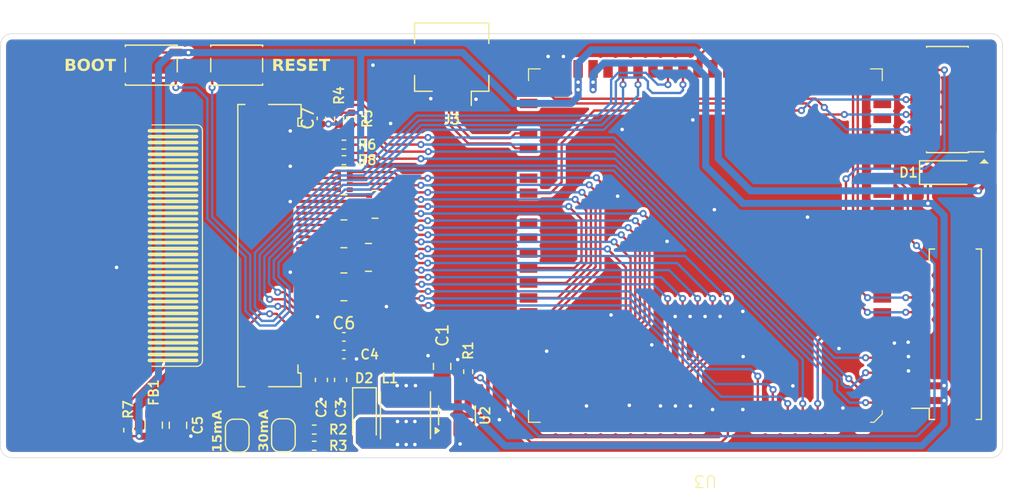
<source format=kicad_pcb>
(kicad_pcb (version 20240108) (generator "pcbnew") (generator_version "8.0")
  (layers (0 "F.Cu" signal) (31 "B.Cu" signal) (34 "B.Paste" user) (35 "F.Paste" user) (36 "B.SilkS" user "B.Silkscreen") (37 "F.SilkS" user "F.Silkscreen") (38 "B.Mask" user) (39 "F.Mask" user) (44 "Edge.Cuts" user))
  (net 0 "")
  (net 1 "+5V")
  (net 2 "GND")
  (net 3 "/LED_A")
  (net 4 "/LED_K")
  (net 5 "Net-(D1-A)")
  (net 6 "/SW")
  (net 7 "/LCD_G7")
  (net 8 "/LCD_B4")
  (net 9 "/LCD_TP_INT")
  (net 10 "/LCD_G6")
  (net 11 "/LCD_R4")
  (net 12 "/LCD_CLK")
  (net 13 "/LCD_DE")
  (net 14 "/LCD_G4")
  (net 15 "/LCD_G5")
  (net 16 "/LCD_TP_SCL")
  (net 17 "/LCD_HSYNC")
  (net 18 "/LCD_TP_RST")
  (net 19 "/LCD_R5")
  (net 20 "/LCD_G2")
  (net 21 "/LCD_R7")
  (net 22 "+3V3")
  (net 23 "/LCD_B3")
  (net 24 "/LCD_G3")
  (net 25 "/LCD_R6")
  (net 26 "/LCD_TP_SDA")
  (net 27 "/LCD_B6")
  (net 28 "/LCD_VSYNC")
  (net 29 "/LCD_RST")
  (net 30 "/LCD_SPI_CS")
  (net 31 "/LCD_SPI_CLK")
  (net 32 "/LCD_B5")
  (net 33 "/LCD_R3")
  (net 34 "/LCD_SPI_DAT")
  (net 35 "/LCD_B7")
  (net 36 "/SWO")
  (net 37 "/SWDIO")
  (net 38 "/SWCLK")
  (net 39 "/RESET")
  (net 40 "/VCP_RX")
  (net 41 "/VCP_TX")
  (net 42 "/LCD_BLK")
  (net 43 "/BOOT0")
  (net 44 "/USB_DP")
  (net 45 "VBAT")
  (net 46 "/USB_DN")
  (net 47 "/USB_VBUS_DET")
  (net 48 "/G5")
  (net 49 "/G6")
  (net 50 "/B3")
  (net 51 "/G7")
  (net 52 "/B4")
  (net 53 "/B6")
  (net 54 "/B5")
  (net 55 "/B7")
  (net 56 "/G3")
  (net 57 "/G2")
  (net 58 "/R7")
  (net 59 "/G4")
  (net 60 "/R4")
  (net 61 "/R3")
  (net 62 "/R5")
  (net 63 "/R6")
  (net 64 "/R2")
  (net 65 "/G1")
  (net 66 "/R1")
  (net 67 "/G0")
  (net 68 "/B2")
  (net 69 "/B1")
  (net 70 "/R0")
  (net 71 "/B0")
  (net 77 "Net-(RN4-R1.2)")
  (net 78 "Net-(RN4-R2.2)")
  (net 79 "Net-(RN4-R4.2)")
  (net 80 "Net-(RN4-R3.2)")
  (net 81 "VDD_LCD")
  (net 82 "Net-(JP2-B)")
  (net 83 "Net-(JP3-B)")
  (net 85 "/EE_SCL")
  (net 86 "/EE_SDA")
  (net 87 "/SERIAL_RX")
  (net 88 "/PWR_LED")
  (net 89 "/SERIAL_TX")
  (net 90 "/PWR_BTN")
  (net 91 "/AUX_IO")
  (footprint "Capacitor_SMD:C_0603_1608Metric" (layer "F.Cu") (at 121.8438 105.9688 -90)
    (property "Reference" "C3")
    (property "Value" "1u")
  )
  (footprint "Capacitor_SMD:C_0603_1608Metric" (layer "F.Cu") (at 120.2182 105.9688 -90)
    (property "Reference" "C2")
    (property "Value" "1u")
  )
  (footprint "Button_Switch_SMD:SW_SPST_PTS810" (layer "F.Cu") (at 105.791 79.248 180)
    (property "Reference" "SW1" (hide yes))
    (property "Value" "BOOT0")
  )
  (footprint "Capacitor_SMD:C_0402_1005Metric" (layer "F.Cu") (at 122.1232 102.316)
    (property "Reference" "C6")
    (property "Value" "100n")
  )
  (footprint "Package_TO_SOT_SMD:SOT-23-5" (layer "F.Cu") (at 131.7142 108.9715 90)
    (property "Reference" "U2")
    (property "Value" "TPS61169")
  )
  (footprint "Connector_FFC-FPC:Hirose_FH12-6S-0.5SH_1x06-1MP_P0.50mm_Horizontal" (layer "F.Cu") (at 131.2676 80.1654 180)
    (property "Reference" "J3")
    (property "Value" "Conn_01x06_MountingPin")
  )
  (footprint "Resistor_SMD:R_0402_1005Metric" (layer "F.Cu") (at 122.7582 83.7946 -90)
    (property "Reference" "R5")
    (property "Value" "2K2")
  )
  (footprint "Capacitor_SMD:C_0402_1005Metric" (layer "F.Cu") (at 120.2182 83.7692 90)
    (property "Reference" "C7")
    (property "Value" "100n")
  )
  (footprint "Jumper:SolderJumper-2_P1.3mm_Open_RoundedPad1.0x1.5mm" (layer "F.Cu") (at 113.0808 110.7036 90)
    (property "Reference" "JP2" (hide yes))
    (property "Value" "JMP")
  )
  (footprint "Capacitor_SMD:C_0402_1005Metric" (layer "F.Cu") (at 122.1232 103.8098)
    (property "Reference" "C4")
    (property "Value" "100n")
  )
  (footprint "Resistor_SMD:R_0402_1005Metric" (layer "F.Cu") (at 122.1232 87.316 180)
    (property "Reference" "R8")
    (property "Value" "10K")
  )
  (footprint "Button_Switch_SMD:SW_SPST_PTS810" (layer "F.Cu") (at 113.03 79.248 180)
    (property "Reference" "SW2" (hide yes))
    (property "Value" "RST")
  )
  (footprint "Resistor_SMD:R_0402_1005Metric" (layer "F.Cu") (at 121.7168 83.7946 -90)
    (property "Reference" "R4")
    (property "Value" "10K")
  )
  (footprint "Jumper:SolderJumper-2_P1.3mm_Open_RoundedPad1.0x1.5mm" (layer "F.Cu") (at 116.9924 110.6678 -90)
    (property "Reference" "JP3" (hide yes))
    (property "Value" "JMP")
  )
  (footprint "siplex:siplex-som-s16" (layer "F.Cu") (at 152.781 94.5642 180)
    (property "Reference" "U3")
    (property "Value" "siplex-som-s16")
  )
  (footprint "Inductor_SMD:L_Abracon_ASPI-4030S" (layer "F.Cu") (at 127.3454 108.9715 -90)
    (property "Reference" "L1")
    (property "Value" "6.8u")
  )
  (footprint "Capacitor_SMD:C_0805_2012Metric" (layer "F.Cu") (at 108.0516 109.8194 -90)
    (property "Reference" "C5")
    (property "Value" "10u")
  )
  (footprint "Capacitor_SMD:C_0805_2012Metric" (layer "F.Cu") (at 130.4544 104.8258 90)
    (property "Reference" "C1")
    (property "Value" "10u")
  )
  (footprint "Connector_PinHeader_1.27mm:PinHeader_2x07_P1.27mm_Vertical_SMD" (layer "F.Cu") (at 173.3042 82.169 180)
    (property "Reference" "J1" (hide yes))
    (property "Value" "SWD")
  )
  (footprint "Resistor_SMD:R_Array_Convex_4x0402" (layer "F.Cu") (at 124.206 95.566)
    (property "Reference" "RN5" (hide yes))
    (property "Value" "100")
  )
  (footprint "Resistor_SMD:R_0402_1005Metric" (layer "F.Cu") (at 132.6642 105.2658 90)
    (property "Reference" "R1")
    (property "Value" "10K")
  )
  (footprint "Diode_SMD:D_SOD-123" (layer "F.Cu") (at 173.3042 88.3666)
    (property "Reference" "D1")
    (property "Value" "NSR0320MW2T1G")
  )
  (footprint "Resistor_SMD:R_Array_Convex_4x0402" (layer "F.Cu") (at 122.1232 93.566)
    (property "Reference" "RN3" (hide yes))
    (property "Value" "100")
  )
  (footprint "Capacitor_SMD:C_0805_2012Metric" (layer "F.Cu") (at 105.9942 109.8042 90)
    (property "Reference" "FB1")
    (property "Value" "600R/100MHz")
  )
  (footprint "Resistor_SMD:R_0402_1005Metric" (layer "F.Cu") (at 119.6086 110.1852 180)
    (property "Reference" "R2")
    (property "Value" "13.6R")
  )
  (footprint "Resistor_SMD:R_0402_1005Metric" (layer "F.Cu") (at 103.8352 110.234 90)
    (property "Reference" "R7")
    (property "Value" "10K")
  )
  (footprint "Resistor_SMD:R_0402_1005Metric" (layer "F.Cu") (at 122.1232 85.998266 180)
    (property "Reference" "R6")
    (property "Value" "2K2")
  )
  (footprint "Resistor_SMD:R_0402_1005Metric" (layer "F.Cu") (at 119.6086 111.5568 180)
    (property "Reference" "R3")
    (property "Value" "6.8")
  )
  (footprint "Diode_SMD:D_SOD-123" (layer "F.Cu") (at 123.8656 108.994 -90)
    (property "Reference" "D2")
    (property "Value" "MBR0540")
  )
  (footprint "Connector_FFC-FPC:Omron_XF2M-4015-1A_1x40-1MP_P0.5mm_Horizontal" (layer "F.Cu") (at 116.5836 94.566 -90)
    (property "Reference" "J2" (hide yes))
    (property "Value" "Conn_01x40_MountingPin")
  )
  (footprint "Resistor_SMD:R_Array_Convex_4x0402" (layer "F.Cu") (at 122.1232 98.0694)
    (property "Reference" "RN4" (hide yes))
    (property "Value" "100")
  )
  (footprint "Resistor_SMD:R_Array_Convex_4x0402" (layer "F.Cu") (at 122.1232 89.0728)
    (property "Reference" "RN1" (hide yes))
    (property "Value" "100")
  )
  (footprint "Resistor_SMD:R_Array_Convex_4x0402" (layer "F.Cu") (at 124.7648 91.066)
    (property "Reference" "RN2" (hide yes))
    (property "Value" "100")
  )
  (footprint "Connector_Molex:Molex_PicoBlade_53261-1071_1x10-1MP_P1.25mm_Horizontal" (layer "F.Cu") (at 173.4772 102.0942 90)
    (property "Reference" "J4" (hide yes))
    (property "Value" "Conn_01x10_MountingPin")
  )
  (gr_line (start 105.6286 98.816) (end 109.6286 98.816) (stroke (width 0.3)) (layer "F.SilkS"))
  (gr_line (start 105.6286 103.816) (end 109.6286 103.816) (stroke (width 0.3)) (layer "F.SilkS"))
  (gr_line (start 105.6286 99.316) (end 109.6286 99.316) (stroke (width 0.3)) (layer "F.SilkS"))
  (gr_line (start 105.6286 91.316) (end 109.6286 91.316) (stroke (width 0.3)) (layer "F.SilkS"))
  (gr_line (start 105.6286 102.816) (end 109.6286 102.816) (stroke (width 0.3)) (layer "F.SilkS"))
  (gr_line (start 105.6286 86.816) (end 109.6286 86.816) (stroke (width 0.3)) (layer "F.SilkS"))
  (gr_line (start 105.6286 90.316) (end 109.6286 90.316) (stroke (width 0.3)) (layer "F.SilkS"))
  (gr_line (start 105.6286 101.316) (end 109.6286 101.316) (stroke (width 0.3)) (layer "F.SilkS"))
  (gr_line (start 105.6286 97.816) (end 109.6286 97.816) (stroke (width 0.3)) (layer "F.SilkS"))
  (gr_line (start 105.6286 96.316) (end 109.6286 96.316) (stroke (width 0.3)) (layer "F.SilkS"))
  (gr_line (start 105.6286 85.816) (end 109.6286 85.816) (stroke (width 0.3)) (layer "F.SilkS"))
  (gr_line (start 105.6286 92.316) (end 109.6286 92.316) (stroke (width 0.3)) (layer "F.SilkS"))
  (gr_line (start 110.1286 104.316) (end 110.1286 84.816) (stroke (width 0.1)) (layer "F.SilkS"))
  (gr_line (start 105.6286 93.816) (end 109.6286 93.816) (stroke (width 0.3)) (layer "F.SilkS"))
  (gr_line (start 109.6286 84.316) (end 105.844 84.316) (stroke (width 0.1)) (layer "F.SilkS"))
  (gr_line (start 105.6286 99.816) (end 109.6286 99.816) (stroke (width 0.3)) (layer "F.SilkS"))
  (gr_line (start 105.6286 98.316) (end 109.6286 98.316) (stroke (width 0.3)) (layer "F.SilkS"))
  (gr_line (start 105.6286 96.816) (end 109.6286 96.816) (stroke (width 0.3)) (layer "F.SilkS"))
  (gr_line (start 105.6286 85.316) (end 109.6286 85.316) (stroke (width 0.3)) (layer "F.SilkS"))
  (gr_line (start 105.6286 93.316) (end 109.6286 93.316) (stroke (width 0.3)) (layer "F.SilkS"))
  (gr_line (start 105.6286 97.316) (end 109.6286 97.316) (stroke (width 0.3)) (layer "F.SilkS"))
  (gr_line (start 105.6286 102.316) (end 109.6286 102.316) (stroke (width 0.3)) (layer "F.SilkS"))
  (gr_line (start 105.6286 103.316) (end 109.6286 103.316) (stroke (width 0.3)) (layer "F.SilkS"))
  (gr_line (start 109.6286 104.816) (end 105.844 104.816) (stroke (width 0.1)) (layer "F.SilkS"))
  (gr_line (start 105.6286 104.316) (end 109.6286 104.316) (stroke (width 0.3)) (layer "F.SilkS"))
  (gr_line (start 105.6286 100.816) (end 109.6286 100.816) (stroke (width 0.3)) (layer "F.SilkS"))
  (gr_line (start 105.6286 89.316) (end 109.6286 89.316) (stroke (width 0.3)) (layer "F.SilkS"))
  (gr_line (start 105.6286 89.816) (end 109.6286 89.816) (stroke (width 0.3)) (layer "F.SilkS"))
  (gr_line (start 105.6286 94.316) (end 109.6286 94.316) (stroke (width 0.3)) (layer "F.SilkS"))
  (gr_line (start 105.6286 86.316) (end 109.6286 86.316) (stroke (width 0.3)) (layer "F.SilkS"))
  (gr_arc (start 109.6286 84.316) (mid 109.982153 84.462447) (end 110.1286 84.816) (stroke (width 0.1)) (layer "F.SilkS"))
  (gr_line (start 105.6286 94.816) (end 109.6286 94.816) (stroke (width 0.3)) (layer "F.SilkS"))
  (gr_arc (start 110.1286 104.316) (mid 109.982153 104.669553) (end 109.6286 104.816) (stroke (width 0.1)) (layer "F.SilkS"))
  (gr_line (start 105.6286 88.816) (end 109.6286 88.816) (stroke (width 0.3)) (layer "F.SilkS"))
  (gr_line (start 105.6286 95.316) (end 109.6286 95.316) (stroke (width 0.3)) (layer "F.SilkS"))
  (gr_line (start 105.6286 101.816) (end 109.6286 101.816) (stroke (width 0.3)) (layer "F.SilkS"))
  (gr_line (start 105.6286 95.816) (end 109.6286 95.816) (stroke (width 0.3)) (layer "F.SilkS"))
  (gr_line (start 105.6286 88.316) (end 109.6286 88.316) (stroke (width 0.3)) (layer "F.SilkS"))
  (gr_line (start 105.6286 92.816) (end 109.6286 92.816) (stroke (width 0.3)) (layer "F.SilkS"))
  (gr_line (start 105.6286 90.816) (end 109.6286 90.816) (stroke (width 0.3)) (layer "F.SilkS"))
  (gr_line (start 105.6286 100.316) (end 109.6286 100.316) (stroke (width 0.3)) (layer "F.SilkS"))
  (gr_line (start 105.6286 87.316) (end 109.6286 87.316) (stroke (width 0.3)) (layer "F.SilkS"))
  (gr_line (start 105.6286 91.816) (end 109.6286 91.816) (stroke (width 0.3)) (layer "F.SilkS"))
  (gr_poly (pts (xy 176.022 87.6046) (xy 176.8348 87.6046) (xy 176.4284 87.1982)) (fill solid) (layer "F.SilkS"))
  (gr_line (start 105.6286 87.816) (end 109.6286 87.816) (stroke (width 0.3)) (layer "F.SilkS"))
  (gr_line (start 105.6286 84.816) (end 109.6286 84.816) (stroke (width 0.3)) (layer "F.SilkS"))
  (gr_arc (start 92.9836 77.5728) (mid 93.276493 76.865693) (end 93.9836 76.5728) (stroke (width 0.05)) (layer "Edge.Cuts"))
  (gr_line (start 177.9836 77.5728) (end 177.9836 111.5728) (stroke (width 0.05)) (layer "Edge.Cuts"))
  (gr_arc (start 176.9836 76.5728) (mid 177.690707 76.865693) (end 177.9836 77.5728) (stroke (width 0.05)) (layer "Edge.Cuts"))
  (gr_line (start 92.9836 77.5728) (end 92.9836 111.5728) (stroke (width 0.05)) (layer "Edge.Cuts"))
  (gr_arc (start 177.9836 111.5728) (mid 177.690707 112.279907) (end 176.9836 112.5728) (stroke (width 0.05)) (layer "Edge.Cuts"))
  (gr_line (start 93.9836 112.5728) (end 176.9836 112.5728) (stroke (width 0.05)) (layer "Edge.Cuts"))
  (gr_arc (start 93.9836 112.5728) (mid 93.276493 112.279907) (end 92.9836 111.5728) (stroke (width 0.05)) (layer "Edge.Cuts"))
  (gr_line (start 93.9836 76.5728) (end 176.9836 76.5728) (stroke (width 0.05)) (layer "Edge.Cuts"))
  (gr_text "30mA" (at 115.824 112.0648 90) (layer "F.SilkS") (effects (font (size 0.8 0.8) (thickness 0.2) (bold yes)) (justify left bottom)))
  (gr_text "RESET" (at 116.0018 79.903118 0) (layer "F.SilkS") (effects (font (size 1 1) (thickness 0.25) (bold yes)) (justify left bottom)))
  (gr_text "15mA" (at 111.887 112.1156 90) (layer "F.SilkS") (effects (font (size 0.8 0.8) (thickness 0.2) (bold yes)) (justify left bottom)))
  (gr_text "BOOT" (at 98.3996 79.903118 0) (layer "F.SilkS") (effects (font (size 1 1) (thickness 0.25) (bold yes)) (justify left bottom)))
  (segment (start 130.7642 106.2631) (end 130.8517 106.1756) (width 0.3) (layer "F.Cu") (net 1))
  (segment (start 129.8097 107.4715) (end 130.1722 107.834) (width 0.3) (layer "F.Cu") (net 1))
  (segment (start 130.1722 107.834) (end 130.7642 107.834) (width 0.3) (layer "F.Cu") (net 1))
  (segment (start 173.007 106.4692) (end 173.0248 106.4514) (width 0.6) (layer "F.Cu") (net 1))
  (segment (start 171.0772 107.7192) (end 173.0226 107.7192) (width 0.6) (layer "F.Cu") (net 1))
  (segment (start 127.3454 107.4715) (end 129.8097 107.4715) (width 0.3) (layer "F.Cu") (net 1))
  (segment (start 143.256 79.5642) (end 143.256 81.3308) (width 0.6) (layer "F.Cu") (net 1))
  (segment (start 171.6542 88.3666) (end 171.6542 90.9818) (width 0.2) (layer "F.Cu") (net 1))
  (segment (start 171.0772 106.4692) (end 173.007 106.4692) (width 0.6) (layer "F.Cu") (net 1))
  (segment (start 173.0226 107.7192) (end 173.0248 107.7214) (width 0.6) (layer "F.Cu") (net 1))
  (segment (start 130.7642 107.834) (end 130.7642 106.2631) (width 0.3) (layer "F.Cu") (net 1))
  (segment (start 171.6542 90.9818) (end 171.6532 90.9828) (width 0.2) (layer "F.Cu") (net 1))
  (via (at 143.256 81.3308) (size 0.6) (drill 0.3) (layers "F.Cu" "B.Cu") (net 1))
  (via (at 126.6444 106.4514) (size 0.6) (drill 0.3) (layers "F.Cu" "B.Cu") (net 1))
  (via (at 127.4064 106.4514) (size 0.6) (drill 0.3) (layers "F.Cu" "B.Cu") (net 1))
  (via (at 143.256 80.6958) (size 0.6) (drill 0.3) (layers "F.Cu" "B.Cu") (net 1))
  (via (at 173.0248 107.7214) (size 0.6) (drill 0.3) (layers "F.Cu" "B.Cu") (net 1))
  (via (at 128.1938 106.4514) (size 0.6) (drill 0.3) (layers "F.Cu" "B.Cu") (net 1))
  (via (at 173.0248 106.4514) (size 0.6) (drill 0.3) (layers "F.Cu" "B.Cu") (net 1))
  (via (at 171.6532 90.9828) (size 0.6) (drill 0.3) (layers "F.Cu" "B.Cu") (net 1))
  (segment (start 173.0248 91.9988) (end 173.0248 106.4514) (width 0.6) (layer "B.Cu") (net 1))
  (segment (start 172.0088 90.9828) (end 173.0248 91.9988) (width 0.6) (layer "B.Cu") (net 1))
  (segment (start 135.763 111.5568) (end 132.461 108.2548) (width 0.6) (layer "B.Cu") (net 1))
  (segment (start 155.96763 90.9828) (end 171.6532 90.9828) (width 0.6) (layer "B.Cu") (net 1))
  (segment (start 151.6634 79.0702) (end 152.8064 80.2132) (width 0.6) (layer "B.Cu") (net 1))
  (segment (start 129.3368 106.4514) (end 128.1938 106.4514) (width 0.6) (layer "B.Cu") (net 1))
  (segment (start 173.0248 108.2548) (end 173.0248 107.7214) (width 0.6) (layer "B.Cu") (net 1))
  (segment (start 166.6748 111.5568) (end 135.763 111.5568) (width 0.6) (layer "B.Cu") (net 1))
  (segment (start 152.8064 87.82157) (end 155.96763 90.9828) (width 0.6) (layer "B.Cu") (net 1))
  (segment (start 144.1704 79.0702) (end 151.6634 79.0702) (width 0.6) (layer "B.Cu") (net 1))
  (segment (start 131.1402 108.2548) (end 129.3368 106.4514) (width 0.6) (layer "B.Cu") (net 1))
  (segment (start 173.0248 106.9848) (end 173.0248 106.4514) (width 0.6) (layer "B.Cu") (net 1))
  (segment (start 166.6748 111.5568) (end 171.1452 111.5568) (width 0.6) (layer "B.Cu") (net 1))
  (segment (start 173.0248 107.7214) (end 173.0248 106.9848) (width 0.6) (layer "B.Cu") (net 1))
  (segment (start 132.461 108.2548) (end 131.1402 108.2548) (width 0.6) (layer "B.Cu") (net 1))
  (segment (start 171.1452 111.5568) (end 173.0248 109.6772) (width 0.6) (layer "B.Cu") (net 1))
  (segment (start 171.6532 90.9828) (end 172.0088 90.9828) (width 0.6) (layer "B.Cu") (net 1))
  (segment (start 173.0248 109.6772) (end 173.0248 108.2548) (width 0.6) (layer "B.Cu") (net 1))
  (segment (start 152.8064 80.2132) (end 152.8064 87.82157) (width 0.6) (layer "B.Cu") (net 1))
  (segment (start 143.256 81.3308) (end 143.256 79.9846) (width 0.6) (layer "B.Cu") (net 1))
  (segment (start 143.256 79.9846) (end 144.1704 79.0702) (width 0.6) (layer "B.Cu") (net 1))
  (segment (start 114.7336 103.9096) (end 114.7336 105.966) (width 0.2) (layer "F.Cu") (net 2))
  (segment (start 115.8272 102.816) (end 114.7336 103.9096) (width 0.2) (layer "F.Cu") (net 2))
  (segment (start 118.6336 102.816) (end 115.8272 102.816) (width 0.2) (layer "F.Cu") (net 2))
  (via (at 142.6972 108.1786) (size 0.6) (drill 0.3) (layers "F.Cu" "B.Cu") (net 2))
  (via (at 144.78 100.457) (size 0.6) (drill 0.3) (layers "F.Cu" "B.Cu") (net 2))
  (via (at 170.0022 105.2068) (size 0.6) (drill 0.3) (layers "F.Cu" "B.Cu") (net 2))
  (via (at 150.2156 100.584) (size 0.6) (drill 0.3) (layers "F.Cu" "B.Cu") (net 2))
  (via (at 126.0856 84.201) (size 0.6) (drill 0.3) (layers "F.Cu" "B.Cu") (net 2))
  (via (at 124.587 79.248) (size 0.6) (drill 0.3) (layers "F.Cu" "B.Cu") (net 2))
  (via (at 129.4892 82.0928) (size 0.6) (drill 0.3) (layers "F.Cu" "B.Cu") (net 2))
  (via (at 153.3906 108.4834) (size 0.6) (drill 0.3) (layers "F.Cu" "B.Cu") (net 2))
  (via (at 151.511 108.1786) (size 0.6) (drill 0.3) (layers "F.Cu" "B.Cu") (net 2))
  (via (at 139.319 103.5304) (size 0.6) (drill 0.3) (layers "F.Cu" "B.Cu") (net 2))
  (via (at 164.4396 108.3564) (size 0.6) (drill 0.3) (layers "F.Cu" "B.Cu") (net 2))
  (via (at 148.971 108.1786) (size 0.6) (drill 0.3) (layers "F.Cu" "B.Cu") (net 2))
  (via (at 117.5766 90.8304) (size 0.6) (drill 0.3) (layers "F.Cu" "B.Cu") (net 2))
  (via (at 148.2344 102.997) (size 0.6) (drill 0.3) (layers "F.Cu" "B.Cu") (net 2))
  (via (at 133.3246 82.1436) (size 0.6) (drill 0.3) (layers "F.Cu" "B.Cu") (net 2))
  (via (at 117.5766 87.8332) (size 0.6) (drill 0.3) (layers "F.Cu" "B.Cu") (net 2))
  (via (at 151.7142 83.8962) (size 0.6) (drill 0.3) (layers "F.Cu" "B.Cu") (net 2))
  (via (at 152.7556 100.584) (size 0.6) (drill 0.3) (layers "F.Cu" "B.Cu") (net 2))
  (via (at 139.446 78.5114) (size 0.6) (drill 0.3) (layers "F.Cu" "B.Cu") (net 2))
  (via (at 135.3058 109.347) (size 0.6) (drill 0.3) (layers "F.Cu" "B.Cu") (net 2))
  (via (at 155.956 100.1522) (size 0.6) (drill 0.3) (layers "F.Cu" "B.Cu") (net 2))
  (via (at 155.9814 103.9876) (size 0.6) (drill 0.3) (layers "F.Cu" "B.Cu") (net 2))
  (via (at 140.7414 78.5114) (size 0.6) (drill 0.3) (layers "F.Cu" "B.Cu") (net 2))
  (via (at 149.5298 94.2086) (size 0.6) (drill 0.3) (layers "F.Cu" "B.Cu") (net 2))
  (via (at 151.4856 100.584) (size 0.6) (drill 0.3) (layers "F.Cu" "B.Cu") (net 2))
  (via (at 125.73 99.7458) (size 0.6) (drill 0.3) (layers "F.Cu" "B.Cu") (net 2))
  (via (at 123.19 104.1908) (size 0.6) (drill 0.3) (layers "F.Cu" "B.Cu") (net 2))
  (via (at 164.1094 103.3018) (size 0.6) (drill 0.3) (layers "F.Cu" "B.Cu") (net 2))
  (via (at 102.8446 96.4184) (size 0.6) (drill 0.3) (layers "F.Cu" "B.Cu") (net 2))
  (via (at 129.2606 103.9114) (size 0.6) (drill 0.3) (layers "F.Cu" "B.Cu") (net 2))
  (via (at 168.8084 102.8446) (size 0.6) (drill 0.3) (layers "F.Cu" "B.Cu") (net 2))
  (via (at 160.1978 106.4768) (size 0.6) (drill 0.3) (layers "F.Cu" "B.Cu") (net 2))
  (via (at 146.3294 108.1278) (size 0.6) (drill 0.3) (layers "F.Cu" "B.Cu") (net 2))
  (via (at 121.8438 107.6198) (size 0.6) (drill 0.3) (layers "F.Cu" "B.Cu") (net 2))
  (via (at 153.543 91.5162) (size 0.6) (drill 0.3) (layers "F.Cu" "B.Cu") (net 2))
  (via (at 131.7752 104.2416) (size 0.6) (drill 0.3) (layers "F.Cu" "B.Cu") (net 2))
  (via (at 169.9768 102.7684) (size 0.6) (drill 0.3) (layers "F.Cu" "B.Cu") (net 2))
  (via (at 170.0022 103.9876) (size 0.6) (drill 0.3) (layers "F.Cu" "B.Cu") (net 2))
  (via (at 145.3388 90.3732) (size 0.6) (drill 0.3) (layers "F.Cu" "B.Cu") (net 2))
  (via (at 120.1928 107.6198) (size 0.6) (drill 0.3) (layers "F.Cu" "B.Cu") (net 2))
  (via (at 117.5766 84.836) (size 0.6) (drill 0.3) (layers "F.Cu" "B.Cu") (net 2))
  (via (at 109.1438 110.744) (size 0.6) (drill 0.3) (layers "F.Cu" "B.Cu") (net 2))
  (via (at 155.956 108.4834) (size 0.6) (drill 0.3) (layers "F.Cu" "B.Cu") (net 2))
  (via (at 150.241 108.1786) (size 0.6) (drill 0.3) (layers "F.Cu" "B.Cu") (net 2))
  (via (at 154.0256 100.584) (size 0.6) (drill 0.3) (layers "F.Cu" "B.Cu") (net 2))
  (via (at 161.4424 92.1512) (size 0.6) (drill 0.3) (layers "F.Cu" "B.Cu") (net 2))
  (via (at 145.7198 84.709) (size 0.6) (drill 0.3) (layers "F.Cu" "B.Cu") (net 2))
  (via (at 131.9784 111.4044) (size 0.6) (drill 0.3) (layers "F.Cu" "B.Cu") (net 2))
  (via (at 117.5766 96.8248) (size 0.6) (drill 0.3) (layers "F.Cu" "B.Cu") (net 2))
  (via (at 119.888 100.6094) (size 0.6) (drill 0.3) (layers "F.Cu" "B.Cu") (net 2))
  (segment (start 121.8438 105.1938) (end 123.2786 105.1938) (width 0.3) (layer "F.Cu") (net 3))
  (segment (start 119.3404 104.316) (end 120.2182 105.1938) (width 0.3) (layer "F.Cu") (net 3))
  (segment (start 118.6336 104.316) (end 119.3404 104.316) (width 0.3) (layer "F.Cu") (net 3))
  (segment (start 123.8656 105.7808) (end 123.8656 107.344) (width 0.3) (layer "F.Cu") (net 3))
  (segment (start 123.2786 105.1938) (end 123.8656 105.7808) (width 0.3) (layer "F.Cu") (net 3))
  (segment (start 120.2182 105.1938) (end 121.8438 105.1938) (width 0.3) (layer "F.Cu") (net 3))
  (segment (start 123.957272 103.0732) (end 124.5108 102.519672) (width 0.3) (layer "F.Cu") (net 4))
  (segment (start 117.1894 103.4226) (end 117.1894 103.816) (width 0.3) (layer "F.Cu") (net 4))
  (segment (start 122.2502 103.0732) (end 123.957272 103.0732) (width 0.3) (layer "F.Cu") (net 4))
  (segment (start 121.6432 103.8098) (end 121.6432 103.6802) (width 0.3) (layer "F.Cu") (net 4))
  (segment (start 131.856672 102.519672) (end 134.3406 105.0036) (width 0.3) (layer "F.Cu") (net 4))
  (segment (start 124.5108 102.519672) (end 131.856672 102.519672) (width 0.3) (layer "F.Cu") (net 4))
  (segment (start 120.1186 110.1852) (end 117.1894 107.256) (width 0.3) (layer "F.Cu") (net 4))
  (segment (start 118.6336 103.816) (end 120.2436 103.816) (width 0.3) (layer "F.Cu") (net 4))
  (segment (start 120.1186 111.5568) (end 120.1186 110.1852) (width 0.3) (layer "F.Cu") (net 4))
  (segment (start 121.6432 103.6802) (end 122.2502 103.0732) (width 0.3) (layer "F.Cu") (net 4))
  (segment (start 118.6336 103.316) (end 117.296 103.316) (width 0.3) (layer "F.Cu") (net 4))
  (segment (start 117.1894 103.816) (end 118.6336 103.816) (width 0.3) (layer "F.Cu") (net 4))
  (segment (start 120.1054 103.316) (end 120.2436 103.4542) (width 0.3) (layer "F.Cu") (net 4))
  (segment (start 121.6432 103.8098) (end 120.2498 103.8098) (width 0.3) (layer "F.Cu") (net 4))
  (segment (start 117.296 103.316) (end 117.1894 103.4226) (width 0.3) (layer "F.Cu") (net 4))
  (segment (start 134.3406 105.0036) (end 134.3406 108.4326) (width 0.3) (layer "F.Cu") (net 4))
  (segment (start 120.2498 103.8098) (end 120.2436 103.816) (width 0.3) (layer "F.Cu") (net 4))
  (segment (start 134.3406 108.4326) (end 132.6642 110.109) (width 0.3) (layer "F.Cu") (net 4))
  (segment (start 118.6336 103.316) (end 120.1054 103.316) (width 0.3) (layer "F.Cu") (net 4))
  (segment (start 117.1894 107.256) (end 117.1894 103.816) (width 0.3) (layer "F.Cu") (net 4))
  (segment (start 120.2436 103.4542) (end 120.2436 103.816) (width 0.3) (layer "F.Cu") (net 4))
  (segment (start 175.2542 85.979) (end 174.9542 86.279) (width 0.4) (layer "F.Cu") (net 5))
  (segment (start 174.9542 86.279) (end 174.9542 88.3666) (width 0.4) (layer "F.Cu") (net 5))
  (segment (start 124.0381 110.4715) (end 123.8656 110.644) (width 0.3) (layer "F.Cu") (net 6))
  (segment (start 127.3454 110.4715) (end 124.0381 110.4715) (width 0.3) (layer "F.Cu") (net 6))
  (segment (start 130.4017 110.4715) (end 127.3454 110.4715) (width 0.3) (layer "F.Cu") (net 6))
  (segment (start 130.7642 110.109) (end 130.4017 110.4715) (width 0.3) (layer "F.Cu") (net 6))
  (via (at 127.4064 109.4994) (size 0.6) (drill 0.3) (layers "F.Cu" "B.Cu") (net 6))
  (via (at 127.4064 111.4552) (size 0.6) (drill 0.3) (layers "F.Cu" "B.Cu") (net 6))
  (via (at 126.6698 111.4552) (size 0.6) (drill 0.3) (layers "F.Cu" "B.Cu") (net 6))
  (via (at 128.143 111.4552) (size 0.6) (drill 0.3) (layers "F.Cu" "B.Cu") (net 6))
  (via (at 126.6698 109.4994) (size 0.6) (drill 0.3) (layers "F.Cu" "B.Cu") (net 6))
  (via (at 128.143 109.4994) (size 0.6) (drill 0.3) (layers "F.Cu" "B.Cu") (net 6))
  (segment (start 123.096557 90.816) (end 124.2648 90.816) (width 0.2) (layer "F.Cu") (net 7))
  (segment (start 118.6336 91.316) (end 122.596557 91.316) (width 0.2) (layer "F.Cu") (net 7))
  (segment (start 122.596557 91.316) (end 123.096557 90.816) (width 0.2) (layer "F.Cu") (net 7))
  (segment (start 118.6336 95.816) (end 123.706 95.816) (width 0.2) (layer "F.Cu") (net 8))
  (segment (start 128.651 87.1888) (end 125.2634 87.1888) (width 0.2) (layer "F.Cu") (net 9))
  (segment (start 167.781 107.8992) (end 166.37 107.8992) (width 0.2) (layer "F.Cu") (net 9))
  (segment (start 125.2634 87.1888) (end 124.7706 86.696) (width 0.2) (layer "F.Cu") (net 9))
  (segment (start 124.7706 86.696) (end 122.2332 86.696) (width 0.2) (layer "F.Cu") (net 9))
  (segment (start 118.6336 87.316) (end 121.6132 87.316) (width 0.2) (layer "F.Cu") (net 9))
  (segment (start 122.2332 86.696) (end 121.6132 87.316) (width 0.2) (layer "F.Cu") (net 9))
  (via (at 128.651 87.1888) (size 0.6) (drill 0.3) (layers "F.Cu" "B.Cu") (net 9))
  (via (at 166.37 107.8992) (size 0.6) (drill 0.3) (layers "F.Cu" "B.Cu") (net 9))
  (segment (start 163.9476 106.8484) (end 164.9984 107.8992) (width 0.2) (layer "B.Cu") (net 9))
  (segment (start 164.9984 107.8992) (end 166.37 107.8992) (width 0.2) (layer "B.Cu") (net 9))
  (segment (start 145.114572 87.1888) (end 163.9476 106.021828) (width 0.2) (layer "B.Cu") (net 9))
  (segment (start 128.651 87.1888) (end 145.114572 87.1888) (width 0.2) (layer "B.Cu") (net 9))
  (segment (start 163.9476 106.021828) (end 163.9476 106.8484) (width 0.2) (layer "B.Cu") (net 9))
  (segment (start 122.662243 91.816) (end 123.162243 91.316) (width 0.2) (layer "F.Cu") (net 10))
  (segment (start 123.162243 91.316) (end 124.2648 91.316) (width 0.2) (layer "F.Cu") (net 10))
  (segment (start 118.6336 91.816) (end 122.662243 91.816) (width 0.2) (layer "F.Cu") (net 10))
  (segment (start 121.6164 89.816) (end 121.6232 89.8228) (width 0.2) (layer "F.Cu") (net 11))
  (segment (start 118.6336 89.816) (end 121.6164 89.816) (width 0.2) (layer "F.Cu") (net 11))
  (segment (start 121.6198 98.816) (end 121.6232 98.8194) (width 0.2) (layer "F.Cu") (net 12))
  (segment (start 118.6336 98.816) (end 121.6198 98.816) (width 0.2) (layer "F.Cu") (net 12))
  (segment (start 121.6198 98.316) (end 121.6232 98.3194) (width 0.2) (layer "F.Cu") (net 13))
  (segment (start 118.6336 98.316) (end 121.6198 98.316) (width 0.2) (layer "F.Cu") (net 13))
  (segment (start 118.6336 92.816) (end 121.6232 92.816) (width 0.2) (layer "F.Cu") (net 14))
  (segment (start 118.6336 92.316) (end 122.727929 92.316) (width 0.2) (layer "F.Cu") (net 15))
  (segment (start 122.727929 92.316) (end 123.227929 91.816) (width 0.2) (layer "F.Cu") (net 15))
  (segment (start 123.227929 91.816) (end 124.2648 91.816) (width 0.2) (layer "F.Cu") (net 15))
  (segment (start 164.9476 105.8672) (end 165.7096 106.6292) (width 0.2) (layer "F.Cu") (net 16))
  (segment (start 118.6336 86.316) (end 120.271086 86.316) (width 0.2) (layer "F.Cu") (net 16))
  (segment (start 120.271086 86.316) (end 121.547886 85.0392) (width 0.2) (layer "F.Cu") (net 16))
  (segment (start 125.736748 85.9888) (end 124.052548 84.3046) (width 0.2) (layer "F.Cu") (net 16))
  (segment (start 124.052548 84.3046) (end 122.7582 84.3046) (width 0.2) (layer "F.Cu") (net 16))
  (segment (start 122.68 84.3046) (end 122.7582 84.3046) (width 0.2) (layer "F.Cu") (net 16))
  (segment (start 121.9454 85.0392) (end 122.68 84.3046) (width 0.2) (layer "F.Cu") (net 16))
  (segment (start 165.7096 106.6292) (end 167.781 106.6292) (width 0.2) (layer "F.Cu") (net 16))
  (segment (start 121.547886 85.0392) (end 121.9454 85.0392) (width 0.2) (layer "F.Cu") (net 16))
  (segment (start 128.651 85.9888) (end 125.736748 85.9888) (width 0.2) (layer "F.Cu") (net 16))
  (via (at 164.9476 105.8672) (size 0.6) (drill 0.3) (layers "F.Cu" "B.Cu") (net 16))
  (via (at 128.651 85.9888) (size 0.6) (drill 0.3) (layers "F.Cu" "B.Cu") (net 16))
  (segment (start 145.045944 85.9888) (end 164.924344 105.8672) (width 0.2) (layer "B.Cu") (net 16))
  (segment (start 128.651 85.9888) (end 145.045944 85.9888) (width 0.2) (layer "B.Cu") (net 16))
  (segment (start 164.924344 105.8672) (end 164.9476 105.8672) (width 0.2) (layer "B.Cu") (net 16))
  (segment (start 118.6336 97.316) (end 121.6198 97.316) (width 0.2) (layer "F.Cu") (net 17))
  (segment (start 121.6198 97.316) (end 121.6232 97.3194) (width 0.2) (layer "F.Cu") (net 17))
  (segment (start 167.781 104.0892) (end 166.37 104.0892) (width 0.2) (layer "F.Cu") (net 18))
  (segment (start 123.7742 82.6262) (end 121.3866 82.6262) (width 0.2) (layer "F.Cu") (net 18))
  (segment (start 121.0968 83.6846) (end 121.7168 84.3046) (width 0.2) (layer "F.Cu") (net 18))
  (segment (start 129.256827 85.3888) (end 125.702434 85.3888) (width 0.2) (layer "F.Cu") (net 18))
  (segment (start 118.6336 85.816) (end 120.2054 85.816) (width 0.2) (layer "F.Cu") (net 18))
  (segment (start 124.2314 83.0834) (end 123.7742 82.6262) (width 0.2) (layer "F.Cu") (net 18))
  (segment (start 120.2054 85.816) (end 121.7168 84.3046) (width 0.2) (layer "F.Cu") (net 18))
  (segment (start 125.702434 85.3888) (end 124.2314 83.917766) (width 0.2) (layer "F.Cu") (net 18))
  (segment (start 121.0968 82.916) (end 121.0968 83.6846) (width 0.2) (layer "F.Cu") (net 18))
  (segment (start 121.3866 82.6262) (end 121.0968 82.916) (width 0.2) (layer "F.Cu") (net 18))
  (segment (start 124.2314 83.917766) (end 124.2314 83.0834) (width 0.2) (layer "F.Cu") (net 18))
  (via (at 166.37 104.0892) (size 0.6) (drill 0.3) (layers "F.Cu" "B.Cu") (net 18))
  (via (at 129.256827 85.3888) (size 0.6) (drill 0.3) (layers "F.Cu" "B.Cu") (net 18))
  (segment (start 129.256827 85.3888) (end 145.01163 85.3888) (width 0.2) (layer "B.Cu") (net 18))
  (segment (start 145.01163 85.3888) (end 163.71203 104.0892) (width 0.2) (layer "B.Cu") (net 18))
  (segment (start 163.71203 104.0892) (end 166.37 104.0892) (width 0.2) (layer "B.Cu") (net 18))
  (segment (start 121.6164 89.316) (end 121.6232 89.3228) (width 0.2) (layer "F.Cu") (net 19))
  (segment (start 118.6336 89.316) (end 121.6164 89.316) (width 0.2) (layer "F.Cu") (net 19))
  (segment (start 118.6336 93.816) (end 121.6232 93.816) (width 0.2) (layer "F.Cu") (net 20))
  (segment (start 121.6164 88.316) (end 121.6232 88.3228) (width 0.2) (layer "F.Cu") (net 21))
  (segment (start 118.6336 88.316) (end 121.6164 88.316) (width 0.2) (layer "F.Cu") (net 21))
  (segment (start 141.986 79.5642) (end 141.986 81.3308) (width 0.6) (layer "F.Cu") (net 22))
  (segment (start 177.1142 88.7476) (end 175.9458 89.916) (width 0.4) (layer "F.Cu") (net 22))
  (segment (start 123.539466 85.998266) (end 123.5456 86.0044) (width 0.2) (layer "F.Cu") (net 22))
  (segment (start 120.2182 84.836) (end 120.2182 84.2492) (width 0.3) (layer "F.Cu") (net 22))
  (segment (start 118.6336 85.316) (end 119.7382 85.316) (width 0.3) (layer "F.Cu") (net 22))
  (segment (start 120.2182 84.2492) (end 120.805 84.2492) (width 0.3) (layer "F.Cu") (net 22))
  (segment (start 119.7382 85.316) (end 120.2182 84.836) (width 0.3) (layer "F.Cu") (net 22))
  (segment (start 108.9324 78.173) (end 108.9406 78.1812) (width 0.2) (layer "F.Cu") (net 22))
  (segment (start 105.9942 110.7542) (end 104.7598 110.7542) (width 0.6) (layer "F.Cu") (net 22))
  (segment (start 103.716 78.173) (end 107.866 78.173) (width 0.2) (layer "F.Cu") (net 22))
  (segment (start 121.7168 83.2846) (end 122.7582 83.2846) (width 0.2) (layer "F.Cu") (net 22))
  (segment (start 103.8352 110.744) (end 104.7496 110.744) (width 0.2) (layer "F.Cu") (net 22))
  (segment (start 175.2542 84.709) (end 176.3268 84.709) (width 0.4) (layer "F.Cu") (net 22))
  (segment (start 122.6332 87.316) (end 123.5364 87.316) (width 0.2) (layer "F.Cu") (net 22))
  (segment (start 120.805 84.2492) (end 120.808935 84.245265) (width 0.3) (layer "F.Cu") (net 22))
  (segment (start 176.3268 84.709) (end 177.1142 85.4964) (width 0.4) (layer "F.Cu") (net 22))
  (segment (start 122.7582 83.2846) (end 123.5436 83.2846) (width 0.2) (layer "F.Cu") (net 22))
  (segment (start 122.6332 85.998266) (end 123.539466 85.998266) (width 0.2) (layer "F.Cu") (net 22))
  (segment (start 104.7598 110.7542) (end 104.7496 110.744) (width 0.6) (layer "F.Cu") (net 22))
  (segment (start 177.1142 85.4964) (end 177.1142 88.7476) (width 0.4) (layer "F.Cu") (net 22))
  (segment (start 123.5436 83.2846) (end 123.5456 83.2866) (width 0.2) (layer "F.Cu") (net 22))
  (segment (start 107.866 78.173) (end 108.9324 78.173) (width 0.2) (layer "F.Cu") (net 22))
  (segment (start 123.5364 87.316) (end 123.5456 87.3252) (width 0.2) (layer "F.Cu") (net 22))
  (via (at 123.5456 86.0044) (size 0.6) (drill 0.3) (layers "F.Cu" "B.Cu") (net 22))
  (via (at 108.9406 78.1812) (size 0.6) (drill 0.3) (layers "F.Cu" "B.Cu") (net 22))
  (via (at 123.5456 87.3252) (size 0.6) (drill 0.3) (layers "F.Cu" "B.Cu") (net 22))
  (via (at 104.7496 110.744) (size 0.6) (drill 0.3) (layers "F.Cu" "B.Cu") (net 22))
  (via (at 123.5456 83.2866) (size 0.6) (drill 0.3) (layers "F.Cu" "B.Cu") (net 22))
  (via (at 141.986 81.3308) (size 0.6) (drill 0.3) (layers "F.Cu" "B.Cu") (net 22))
  (via (at 120.808935 84.245265) (size 0.6) (drill 0.3) (layers "F.Cu" "B.Cu") (net 22))
  (via (at 175.9458 89.916) (size 0.6) (drill 0.3) (layers "F.Cu" "B.Cu") (net 22))
  (via (at 141.986 80.6958) (size 0.6) (drill 0.3) (layers "F.Cu" "B.Cu") (net 22))
  (segment (start 141.986 81.915) (end 141.4018 82.4992) (width 0.6) (layer "B.Cu") (net 22))
  (segment (start 136.4996 82.4992) (end 132.1816 78.1812) (width 0.6) (layer "B.Cu") (net 22))
  (segment (start 153.8732 87.1728) (end 156.6164 89.916) (width 0.6) (layer "B.Cu") (net 22))
  (segment (start 123.5456 83.2866) (end 123.5456 86.0044) (width 0.6) (layer "B.Cu") (net 22))
  (segment (start 123.5456 78.1812) (end 108.9406 78.1812) (width 0.6) (layer "B.Cu") (net 22))
  (segment (start 120.808935 84.245265) (end 121.621735 84.245265) (width 0.3) (layer "B.Cu") (net 22))
  (segment (start 141.986 81.3308) (end 141.986 80.6958) (width 0.6) (layer "B.Cu") (net 22))
  (segment (start 106.4006 105.791) (end 106.4006 79.2988) (width 0.6) (layer "B.Cu") (net 22))
  (segment (start 123.5456 83.2866) (end 123.5456 78.1812) (width 0.6) (layer "B.Cu") (net 22))
  (segment (start 156.6164 89.916) (end 175.9458 89.916) (width 0.6) (layer "B.Cu") (net 22))
  (segment (start 141.986 81.3308) (end 141.986 81.915) (width 0.6) (layer "B.Cu") (net 22))
  (segment (start 141.986 80.6958) (end 141.986 79.0702) (width 0.6) (layer "B.Cu") (net 22))
  (segment (start 151.8412 77.9526) (end 153.8732 79.9846) (width 0.6) (layer "B.Cu") (net 22))
  (segment (start 141.986 79.0702) (end 143.1036 77.9526) (width 0.6) (layer "B.Cu") (net 22))
  (segment (start 153.8732 79.9846) (end 153.8732 87.1728) (width 0.6) (layer "B.Cu") (net 22))
  (segment (start 107.5182 78.1812) (end 108.9406 78.1812) (width 0.6) (layer "B.Cu") (net 22))
  (segment (start 104.7496 110.744) (end 104.7496 107.442) (width 0.6) (layer "B.Cu") (net 22))
  (segment (start 104.7496 107.442) (end 106.4006 105.791) (width 0.6) (layer "B.Cu") (net 22))
  (segment (start 143.1036 77.9526) (end 151.8412 77.9526) (width 0.6) (layer "B.Cu") (net 22))
  (segment (start 106.4006 79.2988) (end 107.5182 78.1812) (width 0.6) (layer "B.Cu") (net 22))
  (segment (start 141.4018 82.4992) (end 136.4996 82.4992) (width 0.6) (layer "B.Cu") (net 22))
  (segment (start 132.1816 78.1812) (end 123.5456 78.1812) (width 0.6) (layer "B.Cu") (net 22))
  (segment (start 123.5456 86.0044) (end 123.5456 87.3252) (width 0.6) (layer "B.Cu") (net 22))
  (segment (start 122.5804 83.2866) (end 123.5456 83.2866) (width 0.3) (layer "B.Cu") (net 22))
  (segment (start 121.621735 84.245265) (end 122.5804 83.2866) (width 0.3) (layer "B.Cu") (net 22))
  (segment (start 118.6336 96.316) (end 123.706 96.316) (width 0.2) (layer "F.Cu") (net 23))
  (segment (start 118.6336 93.316) (end 121.6232 93.316) (width 0.2) (layer "F.Cu") (net 24))
  (segment (start 118.6404 88.8228) (end 121.6232 88.8228) (width 0.2) (layer "F.Cu") (net 25))
  (segment (start 118.6336 88.816) (end 118.6404 88.8228) (width 0.2) (layer "F.Cu") (net 25))
  (segment (start 120.795466 86.816) (end 121.6132 85.998266) (width 0.2) (layer "F.Cu") (net 26))
  (segment (start 124.560528 85.378266) (end 122.2332 85.378266) (width 0.2) (layer "F.Cu") (net 26))
  (segment (start 125.771062 86.5888) (end 124.560528 85.378266) (width 0.2) (layer "F.Cu") (net 26))
  (segment (start 129.282952 86.5888) (end 125.771062 86.5888) (width 0.2) (layer "F.Cu") (net 26))
  (segment (start 122.2332 85.378266) (end 121.6132 85.998266) (width 0.2) (layer "F.Cu") (net 26))
  (segment (start 118.6336 86.816) (end 120.795466 86.816) (width 0.2) (layer "F.Cu") (net 26))
  (segment (start 167.781 105.3592) (end 166.37 105.3592) (width 0.2) (layer "F.Cu") (net 26))
  (via (at 129.282952 86.5888) (size 0.6) (drill 0.3) (layers "F.Cu" "B.Cu") (net 26))
  (via (at 166.37 105.3592) (size 0.6) (drill 0.3) (layers "F.Cu" "B.Cu") (net 26))
  (segment (start 129.282952 86.5888) (end 145.080258 86.5888) (width 0.2) (layer "B.Cu") (net 26))
  (segment (start 165.1254 106.6038) (end 166.37 105.3592) (width 0.2) (layer "B.Cu") (net 26))
  (segment (start 164.6428 106.6038) (end 165.1254 106.6038) (width 0.2) (layer "B.Cu") (net 26))
  (segment (start 164.3476 105.856142) (end 164.3476 106.3086) (width 0.2) (layer "B.Cu") (net 26))
  (segment (start 164.3476 106.3086) (end 164.6428 106.6038) (width 0.2) (layer "B.Cu") (net 26))
  (segment (start 145.080258 86.5888) (end 164.3476 105.856142) (width 0.2) (layer "B.Cu") (net 26))
  (segment (start 118.6336 94.816) (end 123.706 94.816) (width 0.2) (layer "F.Cu") (net 27))
  (segment (start 118.637 97.8194) (end 121.6232 97.8194) (width 0.2) (layer "F.Cu") (net 28))
  (segment (start 118.6336 97.816) (end 118.637 97.8194) (width 0.2) (layer "F.Cu") (net 28))
  (segment (start 109.917804 101.866) (end 113.526 101.866) (width 0.2) (layer "F.Cu") (net 29))
  (segment (start 117.8688 101.816) (end 118.6336 101.816) (width 0.2) (layer "F.Cu") (net 29))
  (segment (start 149.606 79.5642) (end 149.606 80.899) (width 0.2) (layer "F.Cu") (net 29))
  (segment (start 115.824 100.3554) (end 116.4082 100.3554) (width 0.2) (layer "F.Cu") (net 29))
  (segment (start 116.4082 100.3554) (end 117.8688 101.816) (width 0.2) (layer "F.Cu") (net 29))
  (segment (start 115.0366 100.3554) (end 115.824 100.3554) (width 0.2) (layer "F.Cu") (net 29))
  (segment (start 103.8352 109.724) (end 103.8352 107.948604) (width 0.2) (layer "F.Cu") (net 29))
  (segment (start 103.8352 107.948604) (end 109.917804 101.866) (width 0.2) (layer "F.Cu") (net 29))
  (segment (start 113.526 101.866) (end 115.0366 100.3554) (width 0.2) (layer "F.Cu") (net 29))
  (via (at 115.824 100.3554) (size 0.6) (drill 0.3) (layers "F.Cu" "B.Cu") (net 29))
  (via (at 149.606 80.899) (size 0.6) (drill 0.3) (layers "F.Cu" "B.Cu") (net 29))
  (segment (start 115.1382 100.3554) (end 114.5796 99.7968) (width 0.2) (layer "B.Cu") (net 29))
  (segment (start 123.651942 88.2142) (end 128.331742 83.5344) (width 0.2) (layer "B.Cu") (net 29))
  (segment (start 143.673342 83.5344) (end 144.7864 82.421342) (width 0.2) (layer "B.Cu") (net 29))
  (segment (start 148.739686 80.899) (end 149.606 80.899) (width 0.2) (layer "B.Cu") (net 29))
  (segment (start 114.5796 95.1736) (end 121.539 88.2142) (width 0.2) (layer "B.Cu") (net 29))
  (segment (start 114.5796 99.7968) (end 114.5796 95.1736) (width 0.2) (layer "B.Cu") (net 29))
  (segment (start 144.7864 80.494385) (end 145.381785 79.899) (width 0.2) (layer "B.Cu") (net 29))
  (segment (start 147.739686 79.899) (end 148.739686 80.899) (width 0.2) (layer "B.Cu") (net 29))
  (segment (start 121.539 88.2142) (end 123.651942 88.2142) (width 0.2) (layer "B.Cu") (net 29))
  (segment (start 144.7864 82.421342) (end 144.7864 80.494385) (width 0.2) (layer "B.Cu") (net 29))
  (segment (start 115.824 100.3554) (end 115.1382 100.3554) (width 0.2) (layer "B.Cu") (net 29))
  (segment (start 145.381785 79.899) (end 147.739686 79.899) (width 0.2) (layer "B.Cu") (net 29))
  (segment (start 128.331742 83.5344) (end 143.673342 83.5344) (width 0.2) (layer "B.Cu") (net 29))
  (segment (start 117.8834 99.316) (end 118.6336 99.316) (width 0.2) (layer "F.Cu") (net 30))
  (segment (start 116.5098 98.5266) (end 117.094 98.5266) (width 0.2) (layer "F.Cu") (net 30))
  (segment (start 147.066 79.5642) (end 147.066 80.899) (width 0.2) (layer "F.Cu") (net 30))
  (segment (start 117.094 98.5266) (end 117.8834 99.316) (width 0.2) (layer "F.Cu") (net 30))
  (via (at 147.066 80.899) (size 0.6) (drill 0.3) (layers "F.Cu" "B.Cu") (net 30))
  (via (at 116.5098 98.5266) (size 0.6) (drill 0.3) (layers "F.Cu" "B.Cu") (net 30))
  (segment (start 147.066 81.8388) (end 147.066 80.899) (width 0.2) (layer "B.Cu") (net 30))
  (segment (start 115.7796 97.7964) (end 115.7796 95.670658) (width 0.2) (layer "B.Cu") (net 30))
  (segment (start 144.1704 84.7344) (end 147.066 81.8388) (width 0.2) (layer "B.Cu") (net 30))
  (segment (start 122.036058 89.4142) (end 124.149 89.4142) (width 0.2) (layer "B.Cu") (net 30))
  (segment (start 115.7796 95.670658) (end 122.036058 89.4142) (width 0.2) (layer "B.Cu") (net 30))
  (segment (start 128.8288 84.7344) (end 144.1704 84.7344) (width 0.2) (layer "B.Cu") (net 30))
  (segment (start 127.2794 86.2838) (end 128.8288 84.7344) (width 0.2) (layer "B.Cu") (net 30))
  (segment (start 116.5098 98.5266) (end 115.7796 97.7964) (width 0.2) (layer "B.Cu") (net 30))
  (segment (start 124.383314 89.179885) (end 127.2794 86.2838) (width 0.2) (layer "B.Cu") (net 30))
  (segment (start 124.149 89.4142) (end 124.383314 89.179885) (width 0.2) (layer "B.Cu") (net 30))
  (segment (start 117.128314 99.1266) (end 117.817714 99.816) (width 0.2) (layer "F.Cu") (net 31))
  (segment (start 115.828471 99.1266) (end 117.128314 99.1266) (width 0.2) (layer "F.Cu") (net 31))
  (segment (start 117.817714 99.816) (end 118.6336 99.816) (width 0.2) (layer "F.Cu") (net 31))
  (segment (start 145.796 79.5642) (end 145.796 80.899) (width 0.2) (layer "F.Cu") (net 31))
  (via (at 145.796 80.899) (size 0.6) (drill 0.3) (layers "F.Cu" "B.Cu") (net 31))
  (via (at 115.828471 99.1266) (size 0.6) (drill 0.3) (layers "F.Cu" "B.Cu") (net 31))
  (segment (start 123.983314 89.0142) (end 128.663114 84.3344) (width 0.2) (layer "B.Cu") (net 31))
  (segment (start 115.3796 98.677729) (end 115.3796 95.504972) (width 0.2) (layer "B.Cu") (net 31))
  (segment (start 115.3796 95.504972) (end 121.870372 89.0142) (width 0.2) (layer "B.Cu") (net 31))
  (segment (start 144.004714 84.3344) (end 145.796 82.543114) (width 0.2) (layer "B.Cu") (net 31))
  (segment (start 128.663114 84.3344) (end 144.004714 84.3344) (width 0.2) (layer "B.Cu") (net 31))
  (segment (start 121.870372 89.0142) (end 123.983314 89.0142) (width 0.2) (layer "B.Cu") (net 31))
  (segment (start 145.796 82.543114) (end 145.796 80.899) (width 0.2) (layer "B.Cu") (net 31))
  (segment (start 115.828471 99.1266) (end 115.3796 98.677729) (width 0.2) (layer "B.Cu") (net 31))
  (segment (start 118.6336 95.316) (end 123.706 95.316) (width 0.2) (layer "F.Cu") (net 32))
  (segment (start 118.6336 90.316) (end 118.6404 90.3228) (width 0.2) (layer "F.Cu") (net 33))
  (segment (start 118.6404 90.3228) (end 124.258 90.3228) (width 0.2) (layer "F.Cu") (net 33))
  (segment (start 124.258 90.3228) (end 124.2648 90.316) (width 0.2) (layer "F.Cu") (net 33))
  (segment (start 150.876 79.5642) (end 150.876 80.899) (width 0.2) (layer "F.Cu") (net 34))
  (segment (start 116.52251 99.7266) (end 117.162628 99.7266) (width 0.2) (layer "F.Cu") (net 34))
  (segment (start 117.162628 99.7266) (end 117.752028 100.316) (width 0.2) (layer "F.Cu") (net 34))
  (segment (start 117.752028 100.316) (end 118.6336 100.316) (width 0.2) (layer "F.Cu") (net 34))
  (via (at 116.52251 99.7266) (size 0.6) (drill 0.3) (layers "F.Cu" "B.Cu") (net 34))
  (via (at 150.876 80.899) (size 0.6) (drill 0.3) (layers "F.Cu" "B.Cu") (net 34))
  (segment (start 121.704686 88.6142) (end 123.817628 88.6142) (width 0.2) (layer "B.Cu") (net 34))
  (segment (start 123.817628 88.6142) (end 128.497428 83.9344) (width 0.2) (layer "B.Cu") (net 34))
  (segment (start 150.6474 81.6102) (end 150.876 81.3816) (width 0.2) (layer "B.Cu") (net 34))
  (segment (start 147.574 80.299) (end 147.9042 80.6292) (width 0.2) (layer "B.Cu") (net 34))
  (segment (start 128.497428 83.9344) (end 143.839028 83.9344) (width 0.2) (layer "B.Cu") (net 34))
  (segment (start 143.839028 83.9344) (end 145.1864 82.587028) (width 0.2) (layer "B.Cu") (net 34))
  (segment (start 114.9796 99.126258) (end 114.9796 95.339286) (width 0.2) (layer "B.Cu") (net 34))
  (segment (start 147.9042 80.6292) (end 147.9042 81.2292) (width 0.2) (layer "B.Cu") (net 34))
  (segment (start 116.52251 99.7266) (end 115.579942 99.7266) (width 0.2) (layer "B.Cu") (net 34))
  (segment (start 114.9796 95.339286) (end 121.704686 88.6142) (width 0.2) (layer "B.Cu") (net 34))
  (segment (start 147.9042 81.2292) (end 148.2852 81.6102) (width 0.2) (layer "B.Cu") (net 34))
  (segment (start 115.579942 99.7266) (end 114.9796 99.126258) (width 0.2) (layer "B.Cu") (net 34))
  (segment (start 148.2852 81.6102) (end 150.6474 81.6102) (width 0.2) (layer "B.Cu") (net 34))
  (segment (start 145.1864 82.587028) (end 145.1864 80.660071) (width 0.2) (layer "B.Cu") (net 34))
  (segment (start 145.547471 80.299) (end 147.574 80.299) (width 0.2) (layer "B.Cu") (net 34))
  (segment (start 145.1864 80.660071) (end 145.547471 80.299) (width 0.2) (layer "B.Cu") (net 34))
  (segment (start 150.876 81.3816) (end 150.876 80.899) (width 0.2) (layer "B.Cu") (net 34))
  (segment (start 118.6336 94.316) (end 121.6232 94.316) (width 0.2) (layer "F.Cu") (net 35))
  (segment (start 140.589 85.860871) (end 143.350671 83.0992) (width 0.2) (layer "F.Cu") (net 36))
  (segment (start 171.3542 82.169) (end 169.799 82.169) (width 0.2) (layer "F.Cu") (net 36))
  (segment (start 137.781 90.1192) (end 139.6492 90.1192) (width 0.2) (layer "F.Cu") (net 36))
  (segment (start 139.6492 90.1192) (end 140.589 89.1794) (width 0.2) (layer "F.Cu") (net 36))
  (segment (start 143.350671 83.0992) (end 160.929235 83.0992) (width 0.2) (layer "F.Cu") (net 36))
  (segment (start 140.589 89.1794) (end 140.589 85.860871) (width 0.2) (layer "F.Cu") (net 36))
  (via (at 160.929235 83.0992) (size 0.6) (drill 0.3) (layers "F.Cu" "B.Cu") (net 36))
  (via (at 169.799 82.169) (size 0.6) (drill 0.3) (layers "F.Cu" "B.Cu") (net 36))
  (segment (start 160.929235 83.0992) (end 161.859435 82.169) (width 0.2) (layer "B.Cu") (net 36))
  (segment (start 161.859435 82.169) (end 169.799 82.169) (width 0.2) (layer "B.Cu") (net 36))
  (segment (start 162.125 82.0992) (end 162.8648 82.839) (width 0.2) (layer "F.Cu") (net 37))
  (segment (start 139.0904 81.2292) (end 139.9604 82.0992) (width 0.2) (layer "F.Cu") (net 37))
  (segment (start 139.9604 82.0992) (end 162.125 82.0992) (width 0.2) (layer "F.Cu") (net 37))
  (segment (start 171.3542 84.709) (end 169.799 84.709) (width 0.2) (layer "F.Cu") (net 37))
  (segment (start 137.781 81.2292) (end 139.0904 81.2292) (width 0.2) (layer "F.Cu") (net 37))
  (via (at 162.8648 82.839) (size 0.6) (drill 0.3) (layers "F.Cu" "B.Cu") (net 37))
  (via (at 169.799 84.709) (size 0.6) (drill 0.3) (layers "F.Cu" "B.Cu") (net 37))
  (segment (start 164.7348 84.709) (end 169.799 84.709) (width 0.2) (layer "B.Cu") (net 37))
  (segment (start 162.8648 82.839) (end 164.7348 84.709) (width 0.2) (layer "B.Cu") (net 37))
  (segment (start 164.5666 83.439) (end 162.2806 83.439) (width 0.2) (layer "F.Cu") (net 38))
  (segment (start 162.2806 83.439) (end 161.3408 82.4992) (width 0.2) (layer "F.Cu") (net 38))
  (segment (start 161.3408 82.4992) (end 137.781 82.4992) (width 0.2) (layer "F.Cu") (net 38))
  (segment (start 171.3542 83.439) (end 169.799 83.439) (width 0.2) (layer "F.Cu") (net 38))
  (via (at 169.799 83.439) (size 0.6) (drill 0.3) (layers "F.Cu" "B.Cu") (net 38))
  (via (at 164.5666 83.439) (size 0.6) (drill 0.3) (layers "F.Cu" "B.Cu") (net 38))
  (segment (start 169.799 83.439) (end 164.5666 83.439) (width 0.2) (layer "B.Cu") (net 38))
  (segment (start 164.7032 100.295) (end 162.306 102.6922) (width 0.2) (layer "F.Cu") (net 39))
  (segment (start 171.3796 79.6544) (end 171.3542 79.629) (width 0.2) (layer "F.Cu") (net 39))
  (segment (start 173.0502 79.6544) (end 171.3796 79.6544) (width 0.2) (layer "F.Cu") (net 39))
  (segment (start 162.306 102.6922) (end 162.306 109.5642) (width 0.2) (layer "F.Cu") (net 39))
  (segment (start 164.7032 88.9) (end 164.7032 100.295) (width 0.2) (layer "F.Cu") (net 39))
  (segment (start 110.955 81.1452) (end 110.9472 81.153) (width 0.2) (layer "F.Cu") (net 39))
  (segment (start 110.955 80.323) (end 115.105 80.323) (width 0.2) (layer "F.Cu") (net 39))
  (segment (start 110.955 80.323) (end 110.955 81.1452) (width 0.2) (layer "F.Cu") (net 39))
  (via (at 162.306 107.9754) (size 0.6) (drill 0.3) (layers "F.Cu" "B.Cu") (net 39))
  (via (at 173.0502 79.6544) (size 0.6) (drill 0.3) (layers "F.Cu" "B.Cu") (net 39))
  (via (at 164.7032 88.9) (size 0.6) (drill 0.3) (layers "F.Cu" "B.Cu") (net 39))
  (via (at 110.9472 81.153) (size 0.6) (drill 0.3) (layers "F.Cu" "B.Cu") (net 39))
  (segment (start 124.314685 89.8142) (end 126.340085 87.7888) (width 0.2) (layer "B.Cu") (net 39))
  (segment (start 116.1796 97.347871) (end 116.1796 95.836344) (width 0.2) (layer "B.Cu") (net 39))
  (segment (start 162.306 104.945914) (end 162.306 107.9754) (width 0.2) (layer "B.Cu") (net 39))
  (segment (start 145.148886 87.7888) (end 162.306 104.945914) (width 0.2) (layer "B.Cu") (net 39))
  (segment (start 114.1796 99.962486) (end 115.172514 100.9554) (width 0.2) (layer "B.Cu") (net 39))
  (segment (start 122.201744 89.8142) (end 124.314685 89.8142) (width 0.2) (layer "B.Cu") (net 39))
  (segment (start 110.9472 81.153) (end 110.9472 92.1258) (width 0.2) (layer "B.Cu") (net 39))
  (segment (start 165.5668 88.0364) (end 171.45 88.0364) (width 0.2) (layer "B.Cu") (net 39))
  (segment (start 126.340085 87.7888) (end 145.148886 87.7888) (width 0.2) (layer "B.Cu") (net 39))
  (segment (start 171.45 88.0364) (end 173.0502 86.4362) (width 0.2) (layer "B.Cu") (net 39))
  (segment (start 114.1796 95.3582) (end 114.1796 99.962486) (width 0.2) (layer "B.Cu") (net 39))
  (segment (start 164.7032 88.9) (end 165.5668 88.0364) (width 0.2) (layer "B.Cu") (net 39))
  (segment (start 116.142239 100.9554) (end 117.12251 99.975129) (width 0.2) (layer "B.Cu") (net 39))
  (segment (start 115.172514 100.9554) (end 116.142239 100.9554) (width 0.2) (layer "B.Cu") (net 39))
  (segment (start 117.12251 98.290781) (end 116.1796 97.347871) (width 0.2) (layer "B.Cu") (net 39))
  (segment (start 173.0502 86.4362) (end 173.0502 79.6544) (width 0.2) (layer "B.Cu") (net 39))
  (segment (start 110.9472 92.1258) (end 114.1796 95.3582) (width 0.2) (layer "B.Cu") (net 39))
  (segment (start 117.12251 99.975129) (end 117.12251 98.290781) (width 0.2) (layer "B.Cu") (net 39))
  (segment (start 116.1796 95.836344) (end 122.201744 89.8142) (width 0.2) (layer "B.Cu") (net 39))
  (segment (start 153.0192 77.689) (end 173.1676 77.689) (width 0.2) (layer "F.Cu") (net 40))
  (segment (start 152.146 78.5622) (end 153.0192 77.689) (width 0.2) (layer "F.Cu") (net 40))
  (segment (start 173.8376 78.359) (end 175.2542 78.359) (width 0.2) (layer "F.Cu") (net 40))
  (segment (start 173.1676 77.689) (end 173.8376 78.359) (width 0.2) (layer "F.Cu") (net 40))
  (segment (start 152.146 79.5642) (end 152.146 78.5622) (width 0.2) (layer "F.Cu") (net 40))
  (segment (start 153.6712 78.359) (end 153.416 78.6142) (width 0.2) (layer "F.Cu") (net 41))
  (segment (start 153.416 78.6142) (end 153.416 79.5642) (width 0.2) (layer "F.Cu") (net 41))
  (segment (start 171.3542 78.359) (end 153.6712 78.359) (width 0.2) (layer "F.Cu") (net 41))
  (segment (start 132.6794 105.791) (end 132.6642 105.7758) (width 0.2) (layer "F.Cu") (net 42))
  (segment (start 170.688 94.5642) (end 169.9514 93.8276) (width 0.2) (layer "F.Cu") (net 42))
  (segment (start 169.9514 93.8276) (end 169.9514 89.8398) (width 0.2) (layer "F.Cu") (net 42))
  (segment (start 133.6906 105.791) (end 132.6794 105.791) (width 0.2) (layer "F.Cu") (net 42))
  (segment (start 168.9608 88.8492) (end 167.781 88.8492) (width 0.2) (layer "F.Cu") (net 42))
  (segment (start 132.6642 105.7758) (end 132.6642 107.834) (width 0.2) (layer "F.Cu") (net 42))
  (segment (start 169.9514 89.8398) (end 168.9608 88.8492) (width 0.2) (layer "F.Cu") (net 42))
  (via (at 133.6906 105.791) (size 0.6) (drill 0.3) (layers "F.Cu" "B.Cu") (net 42))
  (via (at 170.688 94.5642) (size 0.6) (drill 0.3) (layers "F.Cu" "B.Cu") (net 42))
  (segment (start 172.212 96.0882) (end 170.688 94.5642) (width 0.2) (layer "B.Cu") (net 42))
  (segment (start 172.212 109.2708) (end 172.212 96.0882) (width 0.2) (layer "B.Cu") (net 42))
  (segment (start 138.6436 110.744) (end 170.7388 110.744) (width 0.2) (layer "B.Cu") (net 42))
  (segment (start 133.6906 105.791) (end 138.6436 110.744) (width 0.2) (layer "B.Cu") (net 42))
  (segment (start 170.7388 110.744) (end 172.212 109.2708) (width 0.2) (layer "B.Cu") (net 42))
  (segment (start 161.036 109.5642) (end 161.036 107.9754) (width 0.2) (layer "F.Cu") (net 43))
  (segment (start 103.716 80.323) (end 107.866 80.323) (width 0.2) (layer "F.Cu") (net 43))
  (segment (start 107.866 80.323) (end 107.866 81.1452) (width 0.2) (layer "F.Cu") (net 43))
  (segment (start 107.866 81.1452) (end 107.8738 81.153) (width 0.2) (layer "F.Cu") (net 43))
  (via (at 107.8738 81.153) (size 0.6) (drill 0.3) (layers "F.Cu" "B.Cu") (net 43))
  (via (at 161.036 107.9754) (size 0.6) (drill 0.3) (layers "F.Cu" "B.Cu") (net 43))
  (segment (start 110.5472 82.0992) (end 110.5472 92.291486) (width 0.2) (layer "B.Cu") (net 43))
  (segment (start 113.7796 100.128172) (end 115.006828 101.3554) (width 0.2) (layer "B.Cu") (net 43))
  (segment (start 161.036 104.2416) (end 161.036 107.9754) (width 0.2) (layer "B.Cu") (net 43))
  (segment (start 124.480371 90.2142) (end 126.505771 88.1888) (width 0.2) (layer "B.Cu") (net 43))
  (segment (start 107.8738 81.153) (end 109.601 81.153) (width 0.2) (layer "B.Cu") (net 43))
  (segment (start 115.006828 101.3554) (end 116.307925 101.3554) (width 0.2) (layer "B.Cu") (net 43))
  (segment (start 117.52251 98.125095) (end 116.5796 97.182185) (width 0.2) (layer "B.Cu") (net 43))
  (segment (start 126.505771 88.1888) (end 144.9832 88.1888) (width 0.2) (layer "B.Cu") (net 43))
  (segment (start 110.5472 92.291486) (end 113.7796 95.523886) (width 0.2) (layer "B.Cu") (net 43))
  (segment (start 116.5796 97.182185) (end 116.5796 96.00203) (width 0.2) (layer "B.Cu") (net 43))
  (segment (start 144.9832 88.1888) (end 161.036 104.2416) (width 0.2) (layer "B.Cu") (net 43))
  (segment (start 113.7796 95.523886) (end 113.7796 100.128172) (width 0.2) (layer "B.Cu") (net 43))
  (segment (start 116.307925 101.3554) (end 117.52251 100.140815) (width 0.2) (layer "B.Cu") (net 43))
  (segment (start 109.601 81.153) (end 110.5472 82.0992) (width 0.2) (layer "B.Cu") (net 43))
  (segment (start 116.5796 96.00203) (end 122.36743 90.2142) (width 0.2) (layer "B.Cu") (net 43))
  (segment (start 117.52251 100.140815) (end 117.52251 98.125095) (width 0.2) (layer "B.Cu") (net 43))
  (segment (start 122.36743 90.2142) (end 124.480371 90.2142) (width 0.2) (layer "B.Cu") (net 43))
  (segment (start 132.6726 85.8992) (end 136.245999 85.8992) (width 0.2) (layer "F.Cu") (net 44))
  (segment (start 131.0426 83.015401) (end 131.0426 84.2692) (width 0.2) (layer "F.Cu") (net 44))
  (segment (start 131.0176 82.990401) (end 131.0426 83.015401) (width 0.2) (layer "F.Cu") (net 44))
  (segment (start 131.0176 82.0154) (end 131.0176 82.990401) (width 0.2) (layer "F.Cu") (net 44))
  (segment (start 136.245999 85.8992) (end 136.655999 86.3092) (width 0.2) (layer "F.Cu") (net 44))
  (segment (start 136.655999 86.3092) (end 137.781 86.3092) (width 0.2) (layer "F.Cu") (net 44))
  (segment (start 131.0426 84.2692) (end 132.6726 85.8992) (width 0.2) (layer "F.Cu") (net 44))
  (segment (start 131.4926 84.0828) (end 132.859 85.4492) (width 0.2) (layer "F.Cu") (net 46))
  (segment (start 136.245999 85.4492) (end 136.655999 85.0392) (width 0.2) (layer "F.Cu") (net 46))
  (segment (start 131.5176 82.990401) (end 131.4926 83.015401) (width 0.2) (layer "F.Cu") (net 46))
  (segment (start 131.4926 83.015401) (end 131.4926 84.0828) (width 0.2) (layer "F.Cu") (net 46))
  (segment (start 136.655999 85.0392) (end 137.781 85.0392) (width 0.2) (layer "F.Cu") (net 46))
  (segment (start 132.859 85.4492) (end 136.245999 85.4492) (width 0.2) (layer "F.Cu") (net 46))
  (segment (start 131.5176 82.0154) (end 131.5176 82.990401) (width 0.2) (layer "F.Cu") (net 46))
  (segment (start 125.907088 91.816) (end 125.2648 91.816) (width 0.2) (layer "F.Cu") (net 48))
  (segment (start 127.141338 93.05025) (end 125.907088 91.816) (width 0.2) (layer "F.Cu") (net 48))
  (segment (start 128.650603 93.05025) (end 127.141338 93.05025) (width 0.2) (layer "F.Cu") (net 48))
  (segment (start 147.2312 100.749) (end 139.446 108.5342) (width 0.2) (layer "F.Cu") (net 48))
  (segment (start 139.446 108.5342) (end 139.446 109.5642) (width 0.2) (layer "F.Cu") (net 48))
  (segment (start 146.2278 93.0402) (end 147.2312 94.0436) (width 0.2) (layer "F.Cu") (net 48))
  (segment (start 147.2312 94.0436) (end 147.2312 100.749) (width 0.2) (layer "F.Cu") (net 48))
  (via (at 128.650603 93.05025) (size 0.6) (drill 0.3) (layers "F.Cu" "B.Cu") (net 48))
  (via (at 146.2278 93.0402) (size 0.6) (drill 0.3) (layers "F.Cu" "B.Cu") (net 48))
  (segment (start 146.2278 93.0402) (end 146.21775 93.05025) (width 0.2) (layer "B.Cu") (net 48))
  (segment (start 146.21775 93.05025) (end 128.650603 93.05025) (width 0.2) (layer "B.Cu") (net 48))
  (segment (start 142.621486 105.9244) (end 140.716 107.829886) (width 0.2) (layer "F.Cu") (net 49))
  (segment (start 140.716 107.829886) (end 140.716 109.5642) (width 0.2) (layer "F.Cu") (net 49))
  (segment (start 127.107024 92.45025) (end 125.972774 91.316) (width 0.2) (layer "F.Cu") (net 49))
  (segment (start 129.2352 92.45025) (end 127.107024 92.45025) (width 0.2) (layer "F.Cu") (net 49))
  (segment (start 147.6312 100.914686) (end 147.396885 101.149) (width 0.2) (layer "F.Cu") (net 49))
  (segment (start 147.396885 101.149) (end 142.621486 105.9244) (width 0.2) (layer "F.Cu") (net 49))
  (segment (start 146.8374 92.456) (end 147.6312 93.2498) (width 0.2) (layer "F.Cu") (net 49))
  (segment (start 147.6312 93.2498) (end 147.6312 100.914686) (width 0.2) (layer "F.Cu") (net 49))
  (segment (start 125.972774 91.316) (end 125.2648 91.316) (width 0.2) (layer "F.Cu") (net 49))
  (via (at 129.2352 92.45025) (size 0.6) (drill 0.3) (layers "F.Cu" "B.Cu") (net 49))
  (via (at 146.8374 92.456) (size 0.6) (drill 0.3) (layers "F.Cu" "B.Cu") (net 49))
  (segment (start 146.8216 92.4402) (end 129.24525 92.4402) (width 0.2) (layer "B.Cu") (net 49))
  (segment (start 146.8374 92.456) (end 146.8216 92.4402) (width 0.2) (layer "B.Cu") (net 49))
  (segment (start 129.24525 92.4402) (end 129.2352 92.45025) (width 0.2) (layer "B.Cu") (net 49))
  (segment (start 149.5806 105.4862) (end 149.5806 99.06) (width 0.2) (layer "F.Cu") (net 50))
  (segment (start 147.066 109.5642) (end 147.066 108.0008) (width 0.2) (layer "F.Cu") (net 50))
  (segment (start 147.066 108.0008) (end 149.5806 105.4862) (width 0.2) (layer "F.Cu") (net 50))
  (segment (start 125.8816 96.316) (end 124.706 96.316) (width 0.2) (layer "F.Cu") (net 50))
  (segment (start 128.71672 97.85025) (end 127.41585 97.85025) (width 0.2) (layer "F.Cu") (net 50))
  (segment (start 149.606 99.0854) (end 149.5806 99.06) (width 0.2) (layer "F.Cu") (net 50))
  (segment (start 127.41585 97.85025) (end 125.8816 96.316) (width 0.2) (layer "F.Cu") (net 50))
  (via (at 128.71672 97.85025) (size 0.6) (drill 0.3) (layers "F.Cu" "B.Cu") (net 50))
  (via (at 149.5806 99.06) (size 0.6) (drill 0.3) (layers "F.Cu" "B.Cu") (net 50))
  (segment (start 148.37085 97.85025) (end 149.5806 99.06) (width 0.2) (layer "B.Cu") (net 50))
  (segment (start 128.71672 97.85025) (end 148.37085 97.85025) (width 0.2) (layer "B.Cu") (net 50))
  (segment (start 128.651 91.85025) (end 127.07271 91.85025) (width 0.2) (layer "F.Cu") (net 51))
  (segment (start 127.07271 91.85025) (end 126.03846 90.816) (width 0.2) (layer "F.Cu") (net 51))
  (segment (start 126.03846 90.816) (end 125.2648 90.816) (width 0.2) (layer "F.Cu") (net 51))
  (segment (start 148.0312 92.3798) (end 148.0312 101.080372) (width 0.2) (layer "F.Cu") (net 51))
  (segment (start 147.4978 91.8464) (end 148.0312 92.3798) (width 0.2) (layer "F.Cu") (net 51))
  (segment (start 148.0312 101.080372) (end 141.986 107.125572) (width 0.2) (layer "F.Cu") (net 51))
  (segment (start 141.986 107.125572) (end 141.986 109.5642) (width 0.2) (layer "F.Cu") (net 51))
  (via (at 147.4978 91.8464) (size 0.6) (drill 0.3) (layers "F.Cu" "B.Cu") (net 51))
  (via (at 128.651 91.85025) (size 0.6) (drill 0.3) (layers "F.Cu" "B.Cu") (net 51))
  (segment (start 147.4978 91.8464) (end 129.487579 91.8464) (width 0.2) (layer "B.Cu") (net 51))
  (segment (start 129.483729 91.85025) (end 128.651 91.85025) (width 0.2) (layer "B.Cu") (net 51))
  (segment (start 129.487579 91.8464) (end 129.483729 91.85025) (width 0.2) (layer "B.Cu") (net 51))
  (segment (start 150.8506 104.781886) (end 150.8506 99.06) (width 0.2) (layer "F.Cu") (net 52))
  (segment (start 129.261154 97.25025) (end 127.381536 97.25025) (width 0.2) (layer "F.Cu") (net 52))
  (segment (start 127.381536 97.25025) (end 125.947286 95.816) (width 0.2) (layer "F.Cu") (net 52))
  (segment (start 125.947286 95.816) (end 124.706 95.816) (width 0.2) (layer "F.Cu") (net 52))
  (segment (start 148.336 109.5642) (end 148.336 107.296486) (width 0.2) (layer "F.Cu") (net 52))
  (segment (start 148.336 107.296486) (end 150.8506 104.781886) (width 0.2) (layer "F.Cu") (net 52))
  (via (at 129.261154 97.25025) (size 0.6) (drill 0.3) (layers "F.Cu" "B.Cu") (net 52))
  (via (at 150.8506 99.06) (size 0.6) (drill 0.3) (layers "F.Cu" "B.Cu") (net 52))
  (segment (start 129.261154 97.25025) (end 149.04085 97.25025) (width 0.2) (layer "B.Cu") (net 52))
  (segment (start 149.04085 97.25025) (end 150.8506 99.06) (width 0.2) (layer "B.Cu") (net 52))
  (segment (start 124.706 94.816) (end 126.078658 94.816) (width 0.2) (layer "F.Cu") (net 53))
  (segment (start 126.078658 94.816) (end 127.312908 96.05025) (width 0.2) (layer "F.Cu") (net 53))
  (segment (start 150.876 105.887858) (end 153.3906 103.373258) (width 0.2) (layer "F.Cu") (net 53))
  (segment (start 150.876 109.5642) (end 150.876 105.887858) (width 0.2) (layer "F.Cu") (net 53))
  (segment (start 127.312908 96.05025) (end 129.2352 96.05025) (width 0.2) (layer "F.Cu") (net 53))
  (segment (start 153.416 99.0854) (end 153.3906 99.06) (width 0.2) (layer "F.Cu") (net 53))
  (segment (start 153.3906 103.373258) (end 153.3906 99.06) (width 0.2) (layer "F.Cu") (net 53))
  (via (at 153.3906 99.06) (size 0.6) (drill 0.3) (layers "F.Cu" "B.Cu") (net 53))
  (via (at 129.2352 96.05025) (size 0.6) (drill 0.3) (layers "F.Cu" "B.Cu") (net 53))
  (segment (start 129.2352 96.05025) (end 150.38085 96.05025) (width 0.2) (layer "B.Cu") (net 53))
  (segment (start 150.38085 96.05025) (end 153.3906 99.06) (width 0.2) (layer "B.Cu") (net 53))
  (segment (start 127.347222 96.65025) (end 126.012972 95.316) (width 0.2) (layer "F.Cu") (net 54))
  (segment (start 126.012972 95.316) (end 124.706 95.316) (width 0.2) (layer "F.Cu") (net 54))
  (segment (start 128.6764 96.65025) (end 127.347222 96.65025) (width 0.2) (layer "F.Cu") (net 54))
  (segment (start 152.1206 104.077572) (end 152.1206 99.06) (width 0.2) (layer "F.Cu") (net 54))
  (segment (start 152.146 99.0854) (end 152.1206 99.06) (width 0.2) (layer "F.Cu") (net 54))
  (segment (start 149.606 109.5642) (end 149.606 106.592172) (width 0.2) (layer "F.Cu") (net 54))
  (segment (start 149.606 106.592172) (end 152.1206 104.077572) (width 0.2) (layer "F.Cu") (net 54))
  (via (at 128.6764 96.65025) (size 0.6) (drill 0.3) (layers "F.Cu" "B.Cu") (net 54))
  (via (at 152.1206 99.06) (size 0.6) (drill 0.3) (layers "F.Cu" "B.Cu") (net 54))
  (segment (start 149.71085 96.65025) (end 152.1206 99.06) (width 0.2) (layer "B.Cu") (net 54))
  (segment (start 128.6764 96.65025) (end 149.71085 96.65025) (width 0.2) (layer "B.Cu") (net 54))
  (segment (start 126.144344 94.316) (end 122.6232 94.316) (width 0.2) (layer "F.Cu") (net 55))
  (segment (start 154.6606 99.06) (end 154.686 99.0854) (width 0.2) (layer "F.Cu") (net 55))
  (segment (start 127.278594 95.45025) (end 126.144344 94.316) (width 0.2) (layer "F.Cu") (net 55))
  (segment (start 152.146 109.5642) (end 152.146 105.183544) (width 0.2) (layer "F.Cu") (net 55))
  (segment (start 128.677406 95.45025) (end 127.278594 95.45025) (width 0.2) (layer "F.Cu") (net 55))
  (segment (start 154.6606 102.668944) (end 154.6606 99.06) (width 0.2) (layer "F.Cu") (net 55))
  (segment (start 152.146 105.183544) (end 154.6606 102.668944) (width 0.2) (layer "F.Cu") (net 55))
  (via (at 154.6606 99.06) (size 0.6) (drill 0.3) (layers "F.Cu" "B.Cu") (net 55))
  (via (at 128.677406 95.45025) (size 0.6) (drill 0.3) (layers "F.Cu" "B.Cu") (net 55))
  (segment (start 128.677406 95.45025) (end 151.05085 95.45025) (width 0.2) (layer "B.Cu") (net 55))
  (segment (start 151.05085 95.45025) (end 154.6606 99.06) (width 0.2) (layer "B.Cu") (net 55))
  (segment (start 126.275716 93.316) (end 122.6232 93.316) (width 0.2) (layer "F.Cu") (net 56))
  (segment (start 140.219628 106.6292) (end 146.4312 100.417628) (width 0.2) (layer "F.Cu") (net 56))
  (segment (start 128.676876 94.25025) (end 127.209966 94.25025) (width 0.2) (layer "F.Cu") (net 56))
  (segment (start 146.4312 95.64745) (end 145.034 94.25025) (width 0.2) (layer "F.Cu") (net 56))
  (segment (start 137.781 106.6292) (end 140.219628 106.6292) (width 0.2) (layer "F.Cu") (net 56))
  (segment (start 146.4312 100.417628) (end 146.4312 95.64745) (width 0.2) (layer "F.Cu") (net 56))
  (segment (start 127.209966 94.25025) (end 126.275716 93.316) (width 0.2) (layer "F.Cu") (net 56))
  (via (at 145.034 94.25025) (size 0.6) (drill 0.3) (layers "F.Cu" "B.Cu") (net 56))
  (via (at 128.676876 94.25025) (size 0.6) (drill 0.3) (layers "F.Cu" "B.Cu") (net 56))
  (segment (start 145.034 94.25025) (end 128.676876 94.25025) (width 0.2) (layer "B.Cu") (net 56))
  (segment (start 146.0312 100.251942) (end 140.923942 105.3592) (width 0.2) (layer "F.Cu") (net 57))
  (segment (start 140.923942 105.3592) (end 137.781 105.3592) (width 0.2) (layer "F.Cu") (net 57))
  (segment (start 146.0312 96.40965) (end 146.0312 100.251942) (width 0.2) (layer "F.Cu") (net 57))
  (segment (start 129.244451 94.85025) (end 127.24428 94.85025) (width 0.2) (layer "F.Cu") (net 57))
  (segment (start 144.4718 94.85025) (end 146.0312 96.40965) (width 0.2) (layer "F.Cu") (net 57))
  (segment (start 126.21003 93.816) (end 122.6232 93.816) (width 0.2) (layer "F.Cu") (net 57))
  (segment (start 127.24428 94.85025) (end 126.21003 93.816) (width 0.2) (layer "F.Cu") (net 57))
  (via (at 144.4718 94.85025) (size 0.6) (drill 0.3) (layers "F.Cu" "B.Cu") (net 57))
  (via (at 129.244451 94.85025) (size 0.6) (drill 0.3) (layers "F.Cu" "B.Cu") (net 57))
  (segment (start 144.4718 94.85025) (end 129.244451 94.85025) (width 0.2) (layer "B.Cu") (net 57))
  (segment (start 143.8718 96.5392) (end 138.8618 101.5492) (width 0.2) (layer "F.Cu") (net 58))
  (segment (start 138.8618 101.5492) (end 137.781 101.5492) (width 0.2) (layer "F.Cu") (net 58))
  (segment (start 143.5354 88.808) (end 143.8718 89.1444) (width 0.2) (layer "F.Cu") (net 58))
  (segment (start 126.37369 88.3228) (end 122.6232 88.3228) (width 0.2) (layer "F.Cu") (net 58))
  (segment (start 126.90114 88.85025) (end 126.37369 88.3228) (width 0.2) (layer "F.Cu") (net 58))
  (segment (start 129.2352 88.85025) (end 126.90114 88.85025) (width 0.2) (layer "F.Cu") (net 58))
  (segment (start 143.8718 89.1444) (end 143.8718 96.5392) (width 0.2) (layer "F.Cu") (net 58))
  (via (at 129.2352 88.85025) (size 0.6) (drill 0.3) (layers "F.Cu" "B.Cu") (net 58))
  (via (at 143.5354 88.808) (size 0.6) (drill 0.3) (layers "F.Cu" "B.Cu") (net 58))
  (segment (start 143.5354 88.808) (end 129.27745 88.808) (width 0.2) (layer "B.Cu") (net 58))
  (segment (start 129.27745 88.808) (end 129.2352 88.85025) (width 0.2) (layer "B.Cu") (net 58))
  (segment (start 127.175652 93.65025) (end 126.341402 92.816) (width 0.2) (layer "F.Cu") (net 59))
  (segment (start 146.8312 100.583314) (end 146.596885 100.817628) (width 0.2) (layer "F.Cu") (net 59))
  (segment (start 146.596885 100.817628) (end 142.455314 104.9592) (width 0.2) (layer "F.Cu") (net 59))
  (segment (start 129.24864 93.65025) (end 127.175652 93.65025) (width 0.2) (layer "F.Cu") (net 59))
  (segment (start 139.515314 107.8992) (end 137.781 107.8992) (width 0.2) (layer "F.Cu") (net 59))
  (segment (start 126.341402 92.816) (end 122.6232 92.816) (width 0.2) (layer "F.Cu") (net 59))
  (segment (start 145.6436 93.6498) (end 146.8312 94.8374) (width 0.2) (layer "F.Cu") (net 59))
  (segment (start 146.8312 94.8374) (end 146.8312 100.583314) (width 0.2) (layer "F.Cu") (net 59))
  (segment (start 142.455314 104.9592) (end 139.515314 107.8992) (width 0.2) (layer "F.Cu") (net 59))
  (via (at 129.24864 93.65025) (size 0.6) (drill 0.3) (layers "F.Cu" "B.Cu") (net 59))
  (via (at 145.6436 93.6498) (size 0.6) (drill 0.3) (layers "F.Cu" "B.Cu") (net 59))
  (segment (start 145.64315 93.65025) (end 129.24864 93.65025) (width 0.2) (layer "B.Cu") (net 59))
  (segment (start 145.6436 93.6498) (end 145.64315 93.65025) (width 0.2) (layer "B.Cu") (net 59))
  (segment (start 141.732 90.6464) (end 142.6718 91.5862) (width 0.2) (layer "F.Cu") (net 60))
  (segment (start 128.651 90.65025) (end 127.004082 90.65025) (width 0.2) (layer "F.Cu") (net 60))
  (segment (start 126.169832 89.816) (end 122.63 89.816) (width 0.2) (layer "F.Cu") (net 60))
  (segment (start 140.974742 97.7392) (end 137.781 97.7392) (width 0.2) (layer "F.Cu") (net 60))
  (segment (start 142.6718 96.042142) (end 140.974742 97.7392) (width 0.2) (layer "F.Cu") (net 60))
  (segment (start 142.6718 91.5862) (end 142.6718 96.042142) (width 0.2) (layer "F.Cu") (net 60))
  (segment (start 127.004082 90.65025) (end 126.169832 89.816) (width 0.2) (layer "F.Cu") (net 60))
  (segment (start 122.63 89.816) (end 122.6232 89.8228) (width 0.2) (layer "F.Cu") (net 60))
  (via (at 141.732 90.6464) (size 0.6) (drill 0.3) (layers "F.Cu" "B.Cu") (net 60))
  (via (at 128.651 90.65025) (size 0.6) (drill 0.3) (layers "F.Cu" "B.Cu") (net 60))
  (segment (start 141.732 90.6464) (end 140.940471 90.6464) (width 0.2) (layer "B.Cu") (net 60))
  (segment (start 140.940471 90.6464) (end 140.936621 90.65025) (width 0.2) (layer "B.Cu") (net 60))
  (segment (start 140.936621 90.65025) (end 128.651 90.65025) (width 0.2) (layer "B.Cu") (net 60))
  (segment (start 127.038396 91.25025) (end 126.104146 90.316) (width 0.2) (layer "F.Cu") (net 61))
  (segment (start 141.679056 96.4692) (end 137.781 96.4692) (width 0.2) (layer "F.Cu") (net 61))
  (segment (start 142.2718 92.3292) (end 142.2718 95.876456) (width 0.2) (layer "F.Cu") (net 61))
  (segment (start 142.2718 95.876456) (end 141.679056 96.4692) (width 0.2) (layer "F.Cu") (net 61))
  (segment (start 129.2352 91.25025) (end 127.038396 91.25025) (width 0.2) (layer "F.Cu") (net 61))
  (segment (start 141.189 91.2464) (end 142.2718 92.3292) (width 0.2) (layer "F.Cu") (net 61))
  (segment (start 126.104146 90.316) (end 125.2648 90.316) (width 0.2) (layer "F.Cu") (net 61))
  (via (at 141.189 91.2464) (size 0.6) (drill 0.3) (layers "F.Cu" "B.Cu") (net 61))
  (via (at 129.2352 91.25025) (size 0.6) (drill 0.3) (layers "F.Cu" "B.Cu") (net 61))
  (segment (start 141.189 91.2464) (end 138.7252 91.2464) (width 0.2) (layer "B.Cu") (net 61))
  (segment (start 138.7252 91.2464) (end 138.72135 91.25025) (width 0.2) (layer "B.Cu") (net 61))
  (segment (start 138.72135 91.25025) (end 129.2352 91.25025) (width 0.2) (layer "B.Cu") (net 61))
  (segment (start 126.242318 89.3228) (end 122.6232 89.3228) (width 0.2) (layer "F.Cu") (net 62))
  (segment (start 129.2352 90.05025) (end 126.969768 90.05025) (width 0.2) (layer "F.Cu") (net 62))
  (segment (start 140.270428 99.0092) (end 137.781 99.0092) (width 0.2) (layer "F.Cu") (net 62))
  (segment (start 126.969768 90.05025) (end 126.242318 89.3228) (width 0.2) (layer "F.Cu") (net 62))
  (segment (start 143.0718 96.207828) (end 140.270428 99.0092) (width 0.2) (layer "F.Cu") (net 62))
  (segment (start 142.3162 90.043) (end 143.0718 90.7986) (width 0.2) (layer "F.Cu") (net 62))
  (segment (start 143.0718 90.7986) (end 143.0718 96.207828) (width 0.2) (layer "F.Cu") (net 62))
  (via (at 142.3162 90.043) (size 0.6) (drill 0.3) (layers "F.Cu" "B.Cu") (net 62))
  (via (at 129.2352 90.05025) (size 0.6) (drill 0.3) (layers "F.Cu" "B.Cu") (net 62))
  (segment (start 129.24245 90.043) (end 129.2352 90.05025) (width 0.2) (layer "B.Cu") (net 62))
  (segment (start 142.3162 90.043) (end 129.24245 90.043) (width 0.2) (layer "B.Cu") (net 62))
  (segment (start 143.4718 96.373514) (end 139.566114 100.2792) (width 0.2) (layer "F.Cu") (net 63))
  (segment (start 143.4718 89.954) (end 143.4718 96.373514) (width 0.2) (layer "F.Cu") (net 63))
  (segment (start 142.9258 89.408) (end 143.4718 89.954) (width 0.2) (layer "F.Cu") (net 63))
  (segment (start 139.566114 100.2792) (end 137.781 100.2792) (width 0.2) (layer "F.Cu") (net 63))
  (segment (start 126.308004 88.8228) (end 122.6232 88.8228) (width 0.2) (layer "F.Cu") (net 63))
  (segment (start 128.651 89.45025) (end 126.935454 89.45025) (width 0.2) (layer "F.Cu") (net 63))
  (segment (start 126.935454 89.45025) (end 126.308004 88.8228) (width 0.2) (layer "F.Cu") (net 63))
  (via (at 142.9258 89.408) (size 0.6) (drill 0.3) (layers "F.Cu" "B.Cu") (net 63))
  (via (at 128.651 89.45025) (size 0.6) (drill 0.3) (layers "F.Cu" "B.Cu") (net 63))
  (segment (start 129.525979 89.408) (end 129.483729 89.45025) (width 0.2) (layer "B.Cu") (net 63))
  (segment (start 129.483729 89.45025) (end 128.651 89.45025) (width 0.2) (layer "B.Cu") (net 63))
  (segment (start 142.9258 89.408) (end 129.525979 89.408) (width 0.2) (layer "B.Cu") (net 63))
  (segment (start 157.226 109.5642) (end 157.226 105.6482) (width 0.2) (layer "F.Cu") (net 77))
  (segment (start 129.266587 98.45025) (end 127.450164 98.45025) (width 0.2) (layer "F.Cu") (net 77))
  (segment (start 126.319314 97.3194) (end 122.6232 97.3194) (width 0.2) (layer "F.Cu") (net 77))
  (segment (start 127.450164 98.45025) (end 126.319314 97.3194) (width 0.2) (layer "F.Cu") (net 77))
  (via (at 129.266587 98.45025) (size 0.6) (drill 0.3) (layers "F.Cu" "B.Cu") (net 77))
  (via (at 157.226 105.6482) (size 0.6) (drill 0.3) (layers "F.Cu" "B.Cu") (net 77))
  (segment (start 152.921772 105.0544) (end 156.6322 105.0544) (width 0.2) (layer "B.Cu") (net 77))
  (segment (start 156.6322 105.0544) (end 157.226 105.6482) (width 0.2) (layer "B.Cu") (net 77))
  (segment (start 146.317622 98.45025) (end 152.921772 105.0544) (width 0.2) (layer "B.Cu") (net 77))
  (segment (start 129.266587 98.45025) (end 146.317622 98.45025) (width 0.2) (layer "B.Cu") (net 77))
  (segment (start 158.496 106.8166) (end 158.5214 106.7912) (width 0.2) (layer "F.Cu") (net 78))
  (segment (start 126.253628 97.8194) (end 122.6232 97.8194) (width 0.2) (layer "F.Cu") (net 78))
  (segment (start 128.7272 99.05025) (end 127.484478 99.05025) (width 0.2) (layer "F.Cu") (net 78))
  (segment (start 158.496 109.5642) (end 158.496 106.8166) (width 0.2) (layer "F.Cu") (net 78))
  (segment (start 127.484478 99.05025) (end 126.253628 97.8194) (width 0.2) (layer "F.Cu") (net 78))
  (via (at 158.5214 106.7912) (size 0.6) (drill 0.3) (layers "F.Cu" "B.Cu") (net 78))
  (via (at 128.7272 99.05025) (size 0.6) (drill 0.3) (layers "F.Cu" "B.Cu") (net 78))
  (segment (start 158.0546 106.3244) (end 158.5214 106.7912) (width 0.2) (layer "B.Cu") (net 78))
  (segment (start 128.7272 99.05025) (end 146.351936 99.05025) (width 0.2) (layer "B.Cu") (net 78))
  (segment (start 146.351936 99.05025) (end 153.626086 106.3244) (width 0.2) (layer "B.Cu") (net 78))
  (segment (start 153.626086 106.3244) (end 158.0546 106.3244) (width 0.2) (layer "B.Cu") (net 78))
  (segment (start 137.9728 111.2774) (end 154.1272 111.2774) (width 0.2) (layer "F.Cu") (net 79))
  (segment (start 132.5372 100.457) (end 136.271 104.1908) (width 0.2) (layer "F.Cu") (net 79))
  (segment (start 154.686 110.7186) (end 154.686 109.5642) (width 0.2) (layer "F.Cu") (net 79))
  (segment (start 126.122256 98.8194) (end 127.759856 100.457) (width 0.2) (layer "F.Cu") (net 79))
  (segment (start 127.759856 100.457) (end 132.5372 100.457) (width 0.2) (layer "F.Cu") (net 79))
  (segment (start 122.6232 98.8194) (end 126.122256 98.8194) (width 0.2) (layer "F.Cu") (net 79))
  (segment (start 136.271 109.5756) (end 137.9728 111.2774) (width 0.2) (layer "F.Cu") (net 79))
  (segment (start 154.1272 111.2774) (end 154.686 110.7186) (width 0.2) (layer "F.Cu") (net 79))
  (segment (start 136.271 104.1908) (end 136.271 109.5756) (width 0.2) (layer "F.Cu") (net 79))
  (segment (start 159.766 109.5642) (end 159.766 107.9754) (width 0.2) (layer "F.Cu") (net 80))
  (segment (start 127.518792 99.65025) (end 126.187942 98.3194) (width 0.2) (layer "F.Cu") (net 80))
  (segment (start 126.187942 98.3194) (end 122.6232 98.3194) (width 0.2) (layer "F.Cu") (net 80))
  (segment (start 129.286 99.65025) (end 127.518792 99.65025) (width 0.2) (layer "F.Cu") (net 80))
  (via (at 129.286 99.65025) (size 0.6) (drill 0.3) (layers "F.Cu" "B.Cu") (net 80))
  (via (at 159.766 107.9754) (size 0.6) (drill 0.3) (layers "F.Cu" "B.Cu") (net 80))
  (segment (start 129.286 99.65025) (end 146.38625 99.65025) (width 0.2) (layer "B.Cu") (net 80))
  (segment (start 146.38625 99.65025) (end 154.1272 107.3912) (width 0.2) (layer "B.Cu") (net 80))
  (segment (start 154.1272 107.3912) (end 159.1818 107.3912) (width 0.2) (layer "B.Cu") (net 80))
  (segment (start 159.1818 107.3912) (end 159.766 107.9754) (width 0.2) (layer "B.Cu") (net 80))
  (segment (start 118.6336 102.316) (end 121.3482 102.316) (width 0.3) (layer "F.Cu") (net 81))
  (segment (start 108.0364 108.8542) (end 108.0516 108.8694) (width 0.3) (layer "F.Cu") (net 81))
  (segment (start 105.9942 108.8542) (end 108.0364 108.8542) (width 0.3) (layer "F.Cu") (net 81))
  (segment (start 108.0516 104.3686) (end 110.1042 102.316) (width 0.3) (layer "F.Cu") (net 81))
  (segment (start 108.0516 108.8694) (end 108.0516 104.3686) (width 0.3) (layer "F.Cu") (net 81))
  (segment (start 110.1042 102.316) (end 118.6336 102.316) (width 0.3) (layer "F.Cu") (net 81))
  (segment (start 117.854 108.9406) (end 114.1938 108.9406) (width 0.3) (layer "F.Cu") (net 82))
  (segment (start 119.0986 110.1852) (end 117.854 108.9406) (width 0.3) (layer "F.Cu") (net 82))
  (segment (start 114.1938 108.9406) (end 113.0808 110.0536) (width 0.3) (layer "F.Cu") (net 82))
  (segment (start 117.2314 111.5568) (end 116.9924 111.3178) (width 0.3) (layer "F.Cu") (net 83))
  (segment (start 119.0986 111.5568) (end 117.2314 111.5568) (width 0.3) (layer "F.Cu") (net 83))
  (segment (start 164.846 80.8418) (end 164.846 79.5642) (width 0.2) (layer "F.Cu") (net 87))
  (segment (start 166.5224 100.2284) (end 165.3032 99.0092) (width 0.2) (layer "F.Cu") (net 87))
  (segment (start 165.3032 99.0092) (end 165.3032 81.299) (width 0.2) (layer "F.Cu") (net 87))
  (segment (start 169.7828 100.2192) (end 169.7736 100.2284) (width 0.2) (layer "F.Cu") (net 87))
  (segment (start 165.3032 81.299) (end 164.846 80.8418) (width 0.2) (layer "F.Cu") (net 87))
  (segment (start 171.0772 100.2192) (end 169.7828 100.2192) (width 0.2) (layer "F.Cu") (net 87))
  (via (at 169.7736 100.2284) (size 0.6) (drill 0.3) (layers "F.Cu" "B.Cu") (net 87))
  (via (at 166.5224 100.2284) (size 0.6) (drill 0.3) (layers "F.Cu" "B.Cu") (net 87))
  (segment (start 166.5224 100.2284) (end 169.7736 100.2284) (width 0.2) (layer "B.Cu") (net 87))
  (segment (start 171.0772 97.7192) (end 167.801 97.7192) (width 0.2) (layer "F.Cu") (net 88))
  (segment (start 167.801 97.7192) (end 167.781 97.7392) (width 0.2) (layer "F.Cu") (net 88))
  (segment (start 165.7032 98.156002) (end 165.7032 81.2864) (width 0.2) (layer "F.Cu") (net 89))
  (segment (start 165.7032 81.2864) (end 166.116 80.8736) (width 0.2) (layer "F.Cu") (net 89))
  (segment (start 166.116 80.8736) (end 166.116 79.5642) (width 0.2) (layer "F.Cu") (net 89))
  (segment (start 171.0772 98.9692) (end 169.7882 98.9692) (width 0.2) (layer "F.Cu") (net 89))
  (segment (start 169.7882 98.9692) (end 169.7736 98.9838) (width 0.2) (layer "F.Cu") (net 89))
  (segment (start 166.530998 98.9838) (end 165.7032 98.156002) (width 0.2) (layer "F.Cu") (net 89))
  (via (at 169.7736 98.9838) (size 0.6) (drill 0.3) (layers "F.Cu" "B.Cu") (net 89))
  (via (at 166.530998 98.9838) (size 0.6) (drill 0.3) (layers "F.Cu" "B.Cu") (net 89))
  (segment (start 166.530998 98.9838) (end 169.7736 98.9838) (width 0.2) (layer "B.Cu") (net 89))
  (segment (start 171.0772 96.4692) (end 167.781 96.4692) (width 0.2) (layer "F.Cu") (net 90))
  (segment (start 167.861 101.4692) (end 167.781 101.5492) (width 0.2) (layer "F.Cu") (net 91))
  (segment (start 171.0772 101.4692) (end 167.861 101.4692) (width 0.2) (layer "F.Cu") (net 91))
  (zone (net 6) (net_name "/SW") (layers "F&B.Cu") (priority 1) (connect_pads thru_hole_only (clearance 0.25)) (min_thickness 0.25) (fill yes (thermal_gap 0.25) (thermal_bridge_width 0.5))
    (polygon (pts (xy 123.1392 109.4486) (xy 123.444 109.1438) (xy 130.937 109.1438) (xy 131.2418 109.4486) (xy 131.2418 111.3282) (xy 130.7592 111.8108) (xy 123.6218 111.8108) (xy 123.1392 111.3282)))
  )
  (zone (net 2) (net_name "GND") (layers "F&B.Cu") (connect_pads thru_hole_only (clearance 0.25)) (min_thickness 0.25) (fill yes (thermal_gap 0.25) (thermal_bridge_width 0.5))
    (polygon (pts (xy 177.9836 112.5728) (xy 177.9836 76.5728) (xy 92.9836 76.5728) (xy 92.9836 112.5728)))
  )
  (zone (net 1) (net_name "+5V") (layers "F&B.Cu") (priority 1) (connect_pads thru_hole_only (clearance 0.25)) (min_thickness 0.25) (fill yes (thermal_gap 0.25) (thermal_bridge_width 0.5))
    (polygon (pts (xy 131.2164 105.6894) (xy 125.2474 105.6894) (xy 125.2474 107.8992) (xy 125.6792 108.331) (xy 130.2512 108.331) (xy 130.4798 108.5596) (xy 131.2164 108.5596)))
  )
)
</source>
